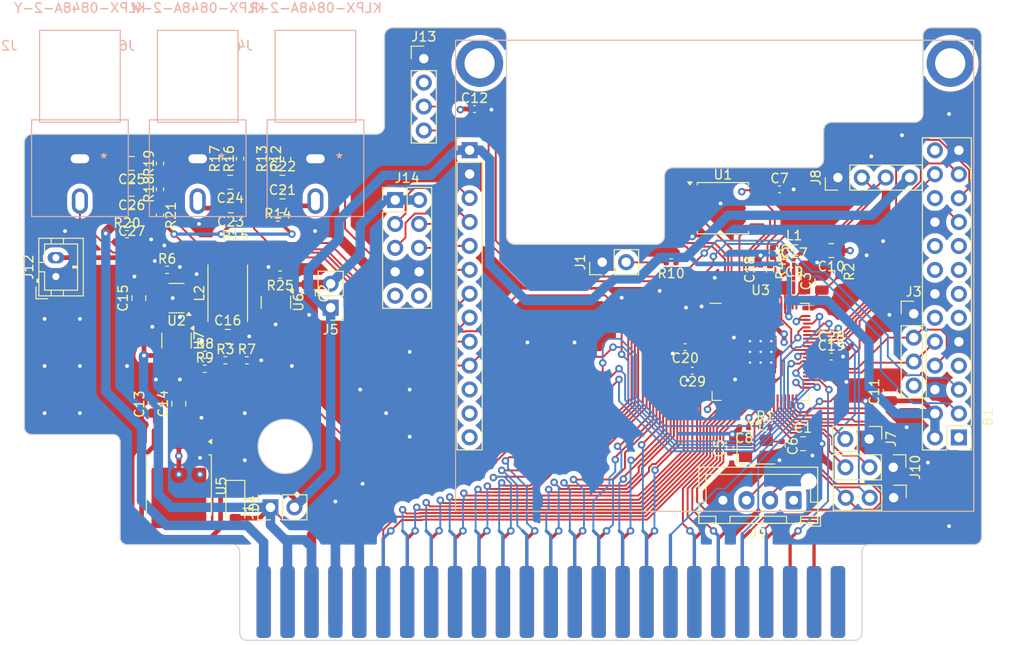
<source format=kicad_pcb>
(kicad_pcb (version 20240108) (generator "pcbnew") (generator_version "8.0")
  (layers (0 "F.Cu" signal) (1 "In1.Cu" power) (2 "In2.Cu" power) (31 "B.Cu" signal) (34 "B.Paste" user) (35 "F.Paste" user) (36 "B.SilkS" user "B.Silkscreen") (37 "F.SilkS" user "F.Silkscreen") (38 "B.Mask" user) (39 "F.Mask" user) (44 "Edge.Cuts" user))
  (net 0 "")
  (net 1 "GND")
  (net 3 "/SPI0_MOSI")
  (net 4 "/SPI0_MISO")
  (net 5 "/SPI0_CLK")
  (net 6 "/SPI0_CS")
  (net 7 "/~{WAIT}")
  (net 8 "/SND")
  (net 9 "/~{BUSDIR}")
  (net 10 "/D7")
  (net 11 "/D6")
  (net 12 "/D5")
  (net 13 "/D4")
  (net 14 "/D3")
  (net 15 "/D2")
  (net 16 "/D1")
  (net 17 "/D0")
  (net 18 "/~{M1}")
  (net 19 "/~{RESET}")
  (net 20 "/~{RFSH}")
  (net 21 "/~{SLTSL}")
  (net 22 "/~{WR}")
  (net 23 "/~{RD}")
  (net 24 "/~{MERQ}")
  (net 25 "/~{IORQ}")
  (net 26 "/A15")
  (net 27 "/A14")
  (net 28 "/A13")
  (net 29 "/A12")
  (net 30 "/A11")
  (net 31 "/A10")
  (net 32 "/A9")
  (net 33 "/A8")
  (net 34 "/A7")
  (net 35 "/A6")
  (net 36 "/A5")
  (net 37 "/A4")
  (net 38 "/A3")
  (net 39 "/A2")
  (net 40 "/A1")
  (net 41 "/A0")
  (net 42 "/~{INT}")
  (net 43 "/~{CS1}")
  (net 44 "/~{CS2}")
  (net 45 "/~{CS12}")
  (net 46 "/SYS_CLK")
  (net 47 "/SW1")
  (net 48 "3V3")
  (net 49 "/USB2_DP")
  (net 50 "5V")
  (net 52 "/USB2_DM")
  (net 54 "/RUN")
  (net 56 "/EN_5V")
  (net 57 "/USB3_DM")
  (net 58 "/~{USB_BOOT}")
  (net 60 "/LINEOUT_LL")
  (net 62 "/LINEOUT_LR")
  (net 64 "/UART1_RP_2_Z")
  (net 66 "/USB3_DP")
  (net 67 "/TV_OUT")
  (net 70 "/UART1_Z_2_RP")
  (net 71 "/UART0_RP_2_Z")
  (net 72 "/UART0_Z_2_RP")
  (net 78 "Net-(C6-Pad1)")
  (net 80 "5V_IN")
  (net 81 "1V1")
  (net 82 "5V_BAT")
  (net 83 "/USB_D+")
  (net 84 "/USB_D-")
  (net 85 "AVDD_3V3")
  (net 86 "Net-(U2-OUT)")
  (net 87 "Net-(U3-XIN)")
  (net 88 "V_LIPO")
  (net 89 "Net-(J4-In)")
  (net 90 "Net-(C21-Pad1)")
  (net 91 "Net-(U3-USB_DP)")
  (net 92 "Net-(U3-USB_DM)")
  (net 93 "Net-(C22-Pad1)")
  (net 94 "Net-(C23-Pad1)")
  (net 95 "/QSPI_SD1")
  (net 96 "/QSPI_SD2")
  (net 97 "/QSPI_SD0")
  (net 98 "/QSPI_SCLK")
  (net 99 "/QSPI_SD3")
  (net 100 "/SWCLK")
  (net 101 "/SWD")
  (net 102 "Net-(J6-In)")
  (net 103 "Net-(C24-Pad1)")
  (net 104 "Net-(C25-Pad1)")
  (net 105 "Net-(C26-Pad1)")
  (net 106 "Net-(C27-Pad1)")
  (net 109 "Net-(U3-VREG_LX)")
  (net 110 "Net-(U6-SW)")
  (net 111 "Net-(U3-XOUT)")
  (net 112 "/V_LIPO_HALF")
  (net 113 "Net-(U7-PROG)")
  (net 114 "/QSPI_SS")
  (net 115 "/LINEOUT_RP")
  (net 120 "/SDA")
  (net 121 "/SCK")
  (footprint "Capacitor_SMD:C_0402_1005Metric" (layer "F.Cu") (at 149.38 77.724)
    (property "Reference" "C12")
    (property "Value" "100nF")
  )
  (footprint "Capacitor_SMD:C_0805_2012Metric" (layer "F.Cu") (at 129 88)
    (property "Reference" "C21")
    (property "Value" "10u")
  )
  (footprint "Resistor_SMD:R_0402_1005Metric" (layer "F.Cu") (at 116 89 -90)
    (property "Reference" "R21")
    (property "Value" "10k")
  )
  (footprint "Capacitor_SMD:C_0402_1005Metric" (layer "F.Cu") (at 181.75 86.25)
    (property "Reference" "C7")
    (property "Value" "100nF")
  )
  (footprint "Capacitor_SMD:C_0402_1005Metric" (layer "F.Cu") (at 187.25 103)
    (property "Reference" "C28")
    (property "Value" "100nF")
  )
  (footprint "Resistor_SMD:R_0402_1005Metric" (layer "F.Cu") (at 128.5 90)
    (property "Reference" "R14")
    (property "Value" "10k")
  )
  (footprint "Resistor_SMD:R_0402_1005Metric" (layer "F.Cu") (at 116 83.5 90)
    (property "Reference" "R19")
    (property "Value" "10k")
  )
  (footprint "Capacitor_SMD:C_0805_2012Metric" (layer "F.Cu") (at 187.25 92.75 180)
    (property "Reference" "C10")
    (property "Value" "10u")
  )
  (footprint "Capacitor_SMD:C_0402_1005Metric" (layer "F.Cu") (at 179.75 94.75 90)
    (property "Reference" "C18")
    (property "Value" "100nF")
  )
  (footprint "Resistor_SMD:R_0402_1005Metric" (layer "F.Cu") (at 180.25 111.5)
    (property "Reference" "R1")
    (property "Value" "1k")
  )
  (footprint "Resistor_SMD:R_0402_1005Metric" (layer "F.Cu") (at 128.754 95.294 180)
    (property "Reference" "R25")
    (property "Value" "10k")
  )
  (footprint "Inductor_SMD:L_0805_2012Metric" (layer "F.Cu") (at 183.3 92.7)
    (property "Reference" "L1")
    (property "Value" "3.3u")
  )
  (footprint "Resistor_SMD:R_0402_1005Metric" (layer "F.Cu") (at 116 86.25 90)
    (property "Reference" "R18")
    (property "Value" "10k")
  )
  (footprint "Capacitor_SMD:C_0805_2012Metric" (layer "F.Cu") (at 123.19 101.854)
    (property "Reference" "C16")
    (property "Value" "10u")
  )
  (footprint "Capacitor_SMD:C_0805_2012Metric" (layer "F.Cu") (at 123.5 88 180)
    (property "Reference" "C23")
    (property "Value" "10u")
  )
  (footprint "Resistor_SMD:R_0402_1005Metric" (layer "F.Cu") (at 129.5 83 90)
    (property "Reference" "R12")
    (property "Value" "10k")
  )
  (footprint "Connector_PinHeader_2.54mm:PinHeader_2x05_P2.54mm_Vertical" (layer "F.Cu") (at 140.96 87.38)
    (property "Reference" "J14")
    (property "Value" "Conn_02x05_Odd_Even")
  )
  (footprint "Capacitor_SMD:C_0805_2012Metric" (layer "F.Cu") (at 118 109 90)
    (property "Reference" "C14")
    (property "Value" "10u")
  )
  (footprint "Footprints:msx_cartridge_basic" (layer "F.Cu") (at 157.48 130.048)
    (property "Reference" "BUS1" (hide yes))
    (property "Value" "MSX_SLOT_EDGE-CON" (hide yes))
    (fp_line (start -46.482 -17.78) (end -55.118 -17.78) (stroke (width 0.12)) (layer "Edge.Cuts"))
    (fp_line (start -45.72 -6.858) (end -45.72 -17.018) (stroke (width 0.12)) (layer "Edge.Cuts"))
    (fp_line (start -33.782 -6.096) (end -44.958 -6.096) (stroke (width 0.12)) (layer "Edge.Cuts"))
    (fp_line (start -33.02 -5.334) (end -33.02 3.302) (stroke (width 0.12)) (layer "Edge.Cuts"))
    (fp_line (start 32.258 4.064) (end -32.258 4.064) (stroke (width 0.12)) (layer "Edge.Cuts"))
    (fp_line (start 33.02 -5.334) (end 33.02 3.302) (stroke (width 0.12)) (layer "Edge.Cuts"))
    (fp_line (start 44.958 -6.096) (end 33.782 -6.096) (stroke (width 0.12)) (layer "Edge.Cuts"))
    (fp_arc (start -55.118 -17.78) (mid -55.656815 -18.003185) (end -55.88 -18.542) (stroke (width 0.12)) (layer "Edge.Cuts"))
    (fp_arc (start -46.482 -17.78) (mid -45.943185 -17.556815) (end -45.72 -17.018) (stroke (width 0.12)) (layer "Edge.Cuts"))
    (fp_arc (start -44.958 -6.096) (mid -45.496815 -6.319185) (end -45.72 -6.858) (stroke (width 0.12)) (layer "Edge.Cuts"))
    (fp_arc (start -33.782 -6.096) (mid -33.243185 -5.872815) (end -33.02 -5.334) (stroke (width 0.12)) (layer "Edge.Cuts"))
    (fp_arc (start -32.258 4.064) (mid -32.796815 3.840815) (end -33.02 3.302) (stroke (width 0.12)) (layer "Edge.Cuts"))
    (fp_arc (start 33.02 -5.334) (mid 33.243185 -5.872815) (end 33.782 -6.096) (stroke (width 0.12)) (layer "Edge.Cuts"))
    (fp_arc (start 33.02 3.302) (mid 32.796815 3.840815) (end 32.258 4.064) (stroke (width 0.12)) (layer "Edge.Cuts"))
    (fp_arc (start 45.72 -6.858) (mid 45.496815 -6.319185) (end 44.958 -6.096) (stroke (width 0.12)) (layer "Edge.Cuts"))
    (fp_circle (center -28.194 -16.51) (end -25.319543 -16.51) (stroke (width 0.12)) (fill none) (layer "Edge.Cuts"))
  )
  (footprint "Capacitor_SMD:C_0402_1005Metric" (layer "F.Cu") (at 171.75 103 180)
    (property "Reference" "C20")
    (property "Value" "100nF")
  )
  (footprint "Resistor_SMD:R_0402_1005Metric" (layer "F.Cu") (at 124.5 83 90)
    (property "Reference" "R16")
    (property "Value" "10k")
  )
  (footprint "Capacitor_SMD:C_0805_2012Metric" (layer "F.Cu") (at 113.754 97.794 90)
    (property "Reference" "C15")
    (property "Value" "10u")
  )
  (footprint "Diode_SMD:D_SOD-123" (layer "F.Cu") (at 124 119.5 -90)
    (property "Reference" "D1")
    (property "Value" "MBR0520")
  )
  (footprint "Connector_JST:JST_XH_B4B-XH-AM_1x04_P2.50mm_Vertical" (layer "F.Cu") (at 183.25 119.25 180)
    (property "Reference" "J9")
    (property "Value" "Conn_01x04")
  )
  (footprint "Resistor_SMD:R_0402_1005Metric" (layer "F.Cu") (at 122.936 104.394)
    (property "Reference" "R3")
    (property "Value" "10k")
  )
  (footprint "Capacitor_SMD:C_0805_2012Metric" (layer "F.Cu") (at 183.3 96.7)
    (property "Reference" "C9")
    (property "Value" "10u")
  )
  (footprint "Capacitor_SMD:C_0805_2012Metric" (layer "F.Cu") (at 129 85.5)
    (property "Reference" "C22")
    (property "Value" "10u")
  )
  (footprint "Capacitor_SMD:C_0805_2012Metric" (layer "F.Cu") (at 131.754 97.294 -90)
    (property "Reference" "C2")
    (property "Value" "10u")
  )
  (footprint "Connector_PinHeader_2.54mm:PinHeader_1x04_P2.54mm_Vertical" (layer "F.Cu") (at 187.95 85 90)
    (property "Reference" "J8")
    (property "Value" "Conn_01x04")
  )
  (footprint "Resistor_SMD:R_0402_1005Metric" (layer "F.Cu") (at 125.222 104.394)
    (property "Reference" "R7")
    (property "Value" "10k")
  )
  (footprint "Connector_PinHeader_2.54mm:PinHeader_1x02_P2.54mm_Vertical" (layer "F.Cu") (at 127.725 120 90)
    (property "Reference" "J11")
    (property "Value" "Conn_01x02")
  )
  (footprint "Capacitor_SMD:C_0402_1005Metric" (layer "F.Cu") (at 187.25 104)
    (property "Reference" "C19")
    (property "Value" "100nF")
  )
  (footprint "Resistor_SMD:R_0402_1005Metric" (layer "F.Cu") (at 120.764 103.804)
    (property "Reference" "R8")
    (property "Value" "10k")
  )
  (footprint "Capacitor_SMD:C_0805_2012Metric" (layer "F.Cu") (at 113 89 180)
    (property "Reference" "C27")
    (property "Value" "10u")
  )
  (footprint "Connector_PinHeader_2.54mm:PinHeader_1x02_P2.54mm_Vertical" (layer "F.Cu") (at 134.112 98.811 180)
    (property "Reference" "J5")
    (property "Value" "Conn_01x02")
  )
  (footprint "Capacitor_SMD:C_0805_2012Metric" (layer "F.Cu") (at 113 86.25 180)
    (property "Reference" "C26")
    (property "Value" "10u")
  )
  (footprint "Package_TO_SOT_SMD:SOT-23-5" (layer "F.Cu") (at 117.754 97.794 180)
    (property "Reference" "U2")
    (property "Value" "AP22804AW5")
  )
  (footprint "Resistor_SMD:R_0402_1005Metric" (layer "F.Cu") (at 112.5 91)
    (property "Reference" "R20")
    (property "Value" "10k")
  )
  (footprint "Resistor_SMD:R_0402_1005Metric" (layer "F.Cu") (at 123 83 90)
    (property "Reference" "R17")
    (property "Value" "10k")
  )
  (footprint "Package_TO_SOT_SMD:TO-252-3_TabPin2" (layer "F.Cu") (at 118 117.74 -90)
    (property "Reference" "U5")
    (property "Value" "AMS1117CD-3.3")
  )
  (footprint "Resistor_SMD:R_0402_1005Metric" (layer "F.Cu") (at 128 83 90)
    (property "Reference" "R13")
    (property "Value" "10k")
  )
  (footprint "Resistor_SMD:R_0402_1005Metric" (layer "F.Cu") (at 180.75 94.869 -90)
    (property "Reference" "R4")
    (property "Value" "27")
  )
  (footprint "Capacitor_SMD:C_0402_1005Metric" (layer "F.Cu") (at 172.5 105.5 180)
    (property "Reference" "C29")
    (property "Value" "100nF")
  )
  (footprint "Connector_PinHeader_2.54mm:PinHeader_1x04_P2.54mm_Vertical" (layer "F.Cu") (at 144 72.38)
    (property "Reference" "J13")
    (property "Value" "Conn_01x04")
  )
  (footprint "Resistor_SMD:R_0402_1005Metric" (layer "F.Cu") (at 188 95 -90)
    (property "Reference" "R2")
    (property "Value" "27")
  )
  (footprint "Connector_PinHeader_2.54mm:PinHeader_1x02_P2.54mm_Vertical" (layer "F.Cu") (at 162.936 93.98 90)
    (property "Reference" "J1")
    (property "Value" "Conn_01x02")
  )
  (footprint "Capacitor_SMD:C_0805_2012Metric" (layer "F.Cu") (at 186.25 96 90)
    (property "Reference" "C3")
    (property "Value" "10u")
  )
  (footprint "Capacitor_SMD:C_0805_2012Metric" (layer "F.Cu") (at 113 83.5 180)
    (property "Reference" "C25")
    (property "Value" "10u")
  )
  (footprint "Resistor_SMD:R_0402_1005Metric" (layer "F.Cu") (at 124 90 180)
    (property "Reference" "R15")
    (property "Value" "10k")
  )
  (footprint "Resistor_SMD:R_0402_1005Metric" (layer "F.Cu") (at 116.754 94.794)
    (property "Reference" "R6")
    (property "Value" "10k")
  )
  (footprint "Capacitor_SMD:C_0805_2012Metric" (layer "F.Cu") (at 193.5 107.75 90)
    (property "Reference" "C11")
    (property "Value" "10u")
  )
  (footprint "Capacitor_SMD:C_0805_2012Metric" (layer "F.Cu") (at 123.45 85.5 180)
    (property "Reference" "C24")
    (property "Value" "10u")
  )
  (footprint "Capacitor_SMD:C_0805_2012Metric" (layer "F.Cu") (at 115.5 109.05 90)
    (property "Reference" "C13")
    (property "Value" "10u")
  )
  (footprint "Inductor_SMD:L_Taiyo-Yuden_NR-40xx_HandSoldering" (layer "F.Cu") (at 123.19 97.282 90)
    (property "Reference" "L2")
    (property "Value" "3.3u")
  )
  (footprint "BPI:Orange Pi Zero 3" (layer "F.Cu") (at 204.3725 110.42 90)
    (property "Reference" "B1")
    (property "Value" "Orange_PI_Zero_3")
  )
  (footprint "Capacitor_SMD:C_0805_2012Metric" (layer "F.Cu") (at 183.3 94.7)
    (property "Reference" "C17")
    (property "Value" "10u")
  )
  (footprint "Crystal:Crystal_SMD_3225-4Pin_3.2x2.5mm" (layer "F.Cu") (at 179.25 113.75)
    (property "Reference" "Y1")
    (property "Value" "ABM8-272-T3")
  )
  (footprint "Package_TO_SOT_SMD:SOT-23" (layer "F.Cu") (at 128.304 98.2315 -90)
    (property "Reference" "U6")
    (property "Value" "TPS613222ADBZ")
  )
  (footprint "Capacitor_SMD:C_0402_1005Metric" (layer "F.Cu") (at 176.5 113.75 90)
    (property "Reference" "C5")
    (property "Value" "15p")
  )
  (footprint "Package_SO:SOIC-8_5.23x5.23mm_P1.27mm" (layer "F.Cu") (at 175.75 88.25)
    (property "Reference" "U1")
    (property "Value" "W25Q128JVS")
  )
  (footprint "Connector_JST:JST_PH_B2B-PH-K_1x02_P2.00mm_Vertical" (layer "F.Cu") (at 104.95 95.5 90)
    (property "Reference" "J12")
    (property "Value" "Conn_01x02")
  )
  (footprint "Capacitor_SMD:C_0402_1005Metric" (layer "F.Cu") (at 178 111.5 180)
    (property "Reference" "C8")
    (property "Value" "100nF")
  )
  (footprint "Capacitor_SMD:C_0805_2012Metric" (layer "F.Cu") (at 184.25 113.25)
    (property "Reference" "C1")
    (property "Value" "10u")
  )
  (footprint "Resistor_SMD:R_0402_1005Metric" (layer "F.Cu") (at 181.05 92.95 -90)
    (property "Reference" "R5")
    (property "Value" "27")
  )
  (footprint "Connector_PinHeader_2.54mm:PinHeader_1x02_P2.54mm_Vertical" (layer "F.Cu") (at 191.275 112.75 -90)
    (property "Reference" "J7")
    (property "Value" "Conn_01x02")
  )
  (footprint "Capacitor_SMD:C_0402_1005Metric" (layer "F.Cu") (at 182 113.5 -90)
    (property "Reference" "C6")
    (property "Value" "15p")
  )
  (footprint "Footprints:RP2350-QFN-80-1EP_10x10_P0.4mm_EP3.4x3.4mm_ThermalVias" (layer "F.Cu") (at 179.75 103.5)
    (property "Reference" "U3")
    (property "Value" "RP2350_80QFN")
  )
  (footprint "Connector_PinHeader_2.54mm:PinHeader_1x03_P2.54mm_Vertical" (layer "F.Cu") (at 193.83 115.75 -90)
    (property "Reference" "J10")
    (property "Value" "Conn_01x03")
  )
  (footprint "Resistor_SMD:R_0402_1005Metric" (layer "F.Cu") (at 120.754 105.294)
    (property "Reference" "R9")
    (property "Value" "10k")
  )
  (footprint "Resistor_SMD:R_0402_1005Metric" (layer "F.Cu") (at 170.25 94 180)
    (property "Reference" "R10")
    (property "Value" "1k")
  )
  (footprint "Connector_PinHeader_2.54mm:PinHeader_1x04_P2.54mm_Vertical" (layer "F.Cu") (at 196 99.45)
    (property "Reference" "J3")
    (property "Value" "Conn_01x04")
  )
  (footprint "Package_TO_SOT_SMD:TSOT-23-6" (layer "F.Cu") (at 117.754 102.294 -90)
    (property "Reference" "U7")
    (property "Value" "TP4057")
  )
  (footprint "Footprints:KLPX-0848A-2-R" (layer "B.Cu") (at 120 83 180)
    (property "Reference" "J6")
    (property "Value" "KLPX-0848A-2-W")
  )
  (footprint "Footprints:KLPX-0848A-2-R" (layer "B.Cu") (at 132.5 83 180)
    (property "Reference" "J4")
    (property "Value" "KLPX-0848A-2-R")
  )
  (footprint "Footprints:KLPX-0848A-2-R" (layer "B.Cu") (at 107.5 83 180)
    (property "Reference" "J2")
    (property "Value" "KLPX-0848A-2-Y")
  )
  (gr_line (start 139.827 79.502) (end 139.827 69.977) (stroke (width 0.127)) (layer "Edge.Cuts"))
  (gr_arc (start 139.827 69.977) (mid 140.087382 69.348382) (end 140.716 69.088) (stroke (width 0.127)) (layer "Edge.Cuts"))
  (gr_line (start 196.977 78.232) (end 196.977 69.977) (stroke (width 0.127)) (layer "Edge.Cuts"))
  (gr_arc (start 153.67 92.075) (mid 153.041382 91.814618) (end 152.781 91.186) (stroke (width 0.127)) (layer "Edge.Cuts"))
  (gr_arc (start 101.6 81.28) (mid 101.860382 80.651382) (end 102.489 80.391) (stroke (width 0.127)) (layer "Edge.Cuts"))
  (gr_line (start 203.2 69.977) (end 203.2 71.7804) (stroke (width 0.127)) (layer "Edge.Cuts"))
  (gr_arc (start 169.545 91.186) (mid 169.284618 91.814618) (end 168.656 92.075) (stroke (width 0.127)) (layer "Edge.Cuts"))
  (gr_line (start 187.325 79.121) (end 196.088 79.121) (stroke (width 0.127)) (layer "Edge.Cuts"))
  (gr_line (start 151.257 69.088) (end 151.892 69.088) (stroke (width 0.127)) (layer "Edge.Cuts"))
  (gr_arc (start 196.977 69.977) (mid 197.237382 69.348382) (end 197.866 69.088) (stroke (width 0.127)) (layer "Edge.Cuts"))
  (gr_arc (start 169.545 84.836) (mid 169.805382 84.207382) (end 170.434 83.947) (stroke (width 0.127)) (layer "Edge.Cuts"))
  (gr_line (start 203.2 71.7804) (end 203.2 123.19) (stroke (width 0.127)) (layer "Edge.Cuts"))
  (gr_line (start 140.716 69.088) (end 151.257 69.088) (stroke (width 0.127)) (layer "Edge.Cuts"))
  (gr_arc (start 139.827 79.502) (mid 139.566618 80.130618) (end 138.938 80.391) (stroke (width 0.127)) (layer "Edge.Cuts"))
  (gr_line (start 153.67 92.075) (end 168.656 92.075) (stroke (width 0.127)) (layer "Edge.Cuts"))
  (gr_arc (start 196.977 78.232) (mid 196.716618 78.860618) (end 196.088 79.121) (stroke (width 0.127)) (layer "Edge.Cuts"))
  (gr_line (start 202.311 69.088) (end 197.866 69.088) (stroke (width 0.127)) (layer "Edge.Cuts"))
  (gr_line (start 102.489 80.391) (end 138.938 80.391) (stroke (width 0.127)) (layer "Edge.Cuts"))
  (gr_line (start 152.781 69.977) (end 152.781 91.186) (stroke (width 0.127)) (layer "Edge.Cuts"))
  (gr_arc (start 186.436 83.058) (mid 186.175618 83.686618) (end 185.547 83.947) (stroke (width 0.127)) (layer "Edge.Cuts"))
  (gr_arc (start 151.892 69.088) (mid 152.520618 69.348382) (end 152.781 69.977) (stroke (width 0.127)) (layer "Edge.Cuts"))
  (gr_arc (start 186.436 80.01) (mid 186.696382 79.381382) (end 187.325 79.121) (stroke (width 0.127)) (layer "Edge.Cuts"))
  (gr_arc (start 202.311 69.088) (mid 202.939618 69.348382) (end 203.2 69.977) (stroke (width 0.127)) (layer "Edge.Cuts"))
  (gr_line (start 101.6 111.506) (end 101.6 81.28) (stroke (width 0.127)) (layer "Edge.Cuts"))
  (gr_line (start 169.545 91.186) (end 169.545 84.836) (stroke (width 0.127)) (layer "Edge.Cuts"))
  (gr_line (start 186.436 83.058) (end 186.436 80.01) (stroke (width 0.127)) (layer "Edge.Cuts"))
  (gr_line (start 170.434 83.947) (end 185.547 83.947) (stroke (width 0.127)) (layer "Edge.Cuts"))
  (segment (start 188.5 103) (end 187.73 103) (width 0.2) (layer "F.Cu") (net 1))
  (segment (start 186.25 95.05) (end 186.25 94.5) (width 0.5) (layer "F.Cu") (net 1))
  (segment (start 119.385974 97.794) (end 119.389974 97.79) (width 0.5) (layer "F.Cu") (net 1))
  (segment (start 128.244 95.294) (end 128.244 95.224) (width 0.5) (layer "F.Cu") (net 1))
  (segment (start 121.274 103.804) (end 121.274 103.24) (width 0.5) (layer "F.Cu") (net 1))
  (segment (start 179.75 94.27) (end 179.75 93.25) (width 0.2) (layer "F.Cu") (net 1))
  (segment (start 172 106.5) (end 172 105.52) (width 0.2) (layer "F.Cu") (net 1))
  (segment (start 177.4 112.9) (end 176.75 112.25) (width 0.2) (layer "F.Cu") (net 1))
  (segment (start 121.264 103.814) (end 121.274 103.804) (width 0.5) (layer "F.Cu") (net 1))
  (segment (start 187.73 104) (end 188.5 104) (width 0.2) (layer "F.Cu") (net 1))
  (segment (start 117.264 94.794) (end 117.804 94.794) (width 0.5) (layer "F.Cu") (net 1))
  (segment (start 131.826 98.316) (end 131.754 98.244) (width 0.5) (layer "F.Cu") (net 1))
  (segment (start 113.754 95.974) (end 113.284 95.504) (width 0.5) (layer "F.Cu") (net 1))
  (segment (start 183.15 98.6035) (end 183.15 97.951041) (width 0.2) (layer "F.Cu") (net 1))
  (segment (start 172 105.52) (end 172.02 105.5) (width 0.2) (layer "F.Cu") (net 1))
  (segment (start 123 82.49) (end 120.51 82.49) (width 0.5) (layer "F.Cu") (net 1))
  (segment (start 185.2 113.25) (end 185.2 114.45) (width 0.2) (layer "F.Cu") (net 1))
  (segment (start 118 108.05) (end 118 106.536) (width 0.5) (layer "F.Cu") (net 1))
  (segment (start 120.396 97.028) (end 120.396 95.758) (width 0.5) (layer "F.Cu") (net 1))
  (segment (start 121.264 105.294) (end 121.264 103.814) (width 0.5) (layer "F.Cu") (net 1))
  (segment (start 177.78 113.27) (end 178.15 112.9) (width 0.2) (layer "F.Cu") (net 1))
  (segment (start 119.389974 97.79) (end 119.634 97.79) (width 0.5) (layer "F.Cu") (net 1))
  (segment (start 151.114 77.724) (end 151.18 77.79) (width 0.5) (layer "F.Cu") (net 1))
  (segment (start 180.35 114.6) (end 181.35 114.6) (width 0.2) (layer "F.Cu") (net 1))
  (segment (start 121.274 103.24) (end 120.396 102.362) (width 0.5) (layer "F.Cu") (net 1))
  (segment (start 186.3 92.75) (end 186.3 93.45) (width 0.5) (layer "F.Cu") (net 1))
  (segment (start 184.95 94) (end 184.25 94.7) (width 0.5) (layer "F.Cu") (net 1))
  (segment (start 185.75 94) (end 184.95 94) (width 0.5) (layer "F.Cu") (net 1))
  (segment (start 182.23 86.25) (end 183.25 86.25) (width 0.2) (layer "F.Cu") (net 1))
  (segment (start 172.15 90.9) (end 172.5 91.25) (width 0.2) (layer "F.Cu") (net 1))
  (segment (start 128.304 99.169) (end 128.304 100.55) (width 0.5) (layer "F.Cu") (net 1))
  (segment (start 118.8915 97.794) (end 119.385974 97.794) (width 0.5) (layer "F.Cu") (net 1))
  (segment (start 129.5 82.49) (end 131.99 82.49) (width 0.5) (layer "F.Cu") (net 1))
  (segment (start 172.15 90.155) (end 172.15 90.9) (width 0.2) (layer "F.Cu") (net 1))
  (segment (start 186.3 93.45) (end 185.75 94) (width 0.5) (layer "F.Cu") (net 1))
  (segment (start 117.754 101.1565) (end 117.754 100.178) (width 0.5) (layer "F.Cu") (net 1))
  (segment (start 184.25 96.851041) (end 184.25 96.7) (width 0.2) (layer "F.Cu") (net 1))
  (segment (start 185.2 114.45) (end 185.25 114.5) (width 0.2) (layer "F.Cu") (net 1))
  (segment (start 176.5 113.27) (end 177.78 113.27) (width 0.2) (layer "F.Cu") (net 1))
  (segment (start 177.52 112.27) (end 178.15 112.9) (width 0.2) (layer "F.Cu") (net 1))
  (segment (start 180.97 113.98) (end 180.35 114.6) (width 0.2) (layer "F.Cu") (net 1))
  (segment (start 120.28 110.606) (end 120.396 110.49) (width 0.5) (layer "F.Cu") (net 1))
  (segment (start 113.754 96.844) (end 113.754 95.974) (width 0.5) (layer "F.Cu") (net 1))
  (segment (start 177.52 111.5) (end 177.52 112.27) (width 0.2) (layer "F.Cu") (net 1))
  (segment (start 115.5 108.1) (end 115.5 106.496) (width 0.5) (layer "F.Cu") (net 1))
  (segment (start 149.86 77.724) (end 151.114 77.724) (width 0.5) (layer "F.Cu") (net 1))
  (segment (start 128.304 100.55) (end 128.27 100.584) (width 0.5) (layer "F.Cu") (net 1))
  (segment (start 115.5 106.496) (end 115.57 106.426) (width 0.5) (layer "F.Cu") (net 1))
  (segment (start 186.25 94.5) (end 185.75 94) (width 0.5) (layer "F.Cu") (net 1))
  (segment (start 183.15 97.951041) (end 184.25 96.851041) (width 0.2) (layer "F.Cu") (net 1))
  (segment (start 120.396 95.758) (end 119.888 95.25) (width 0.5) (layer "F.Cu") (net 1))
  (segment (start 120.51 82.49) (end 120 83) (width 0.5) (layer "F.Cu") (net 1))
  (segment (start 124.14 101.854) (end 125.476 101.854) (width 0.5) (layer "F.Cu") (net 1))
  (segment (start 131.826 99.568) (end 131.826 98.316) (width 0.5) (layer "F.Cu") (net 1))
  (segment (start 185.2 113.25) (end 186.25 113.25) (width 0.2) (layer "F.Cu") (net 1))
  (segment (start 128.244 95.224) (end 127.508 94.488) (width 0.5) (layer "F.Cu") (net 1))
  (segment (start 181.35 114.6) (end 181.75 115) (width 0.2) (layer "F.Cu") (net 1))
  (segment (start 117.804 94.794) (end 118.11 94.488) (width 0.5) (layer "F.Cu") (net 1))
  (segment (start 125.732 104.394) (end 126.746 104.394) (width 0.5) (layer "F.Cu") (net 1))
  (segment (start 118 106.536) (end 118.11 106.426) (width 0.5) (layer "F.Cu") (net 1))
  (segment (start 170.422918 103.672918) (end 171.095836 103) (width 0.2) (layer "F.Cu") (net 1))
  (segment (start 131.99 82.49) (end 132.5 83) (width 0.5) (layer "F.Cu") (net 1))
  (segment (start 119.634 97.79) (end 120.396 97.028) (width 0.5) (layer "F.Cu") (net 1))
  (segment (start 184.25 94.7) (end 184.25 96.7) (width 0.5) (layer "F.Cu") (net 1))
  (segment (start 117.754 100.178) (end 118.11 99.822) (width 0.5) (layer "F.Cu") (net 1))
  (segment (start 182 113.98) (end 180.97 113.98) (width 0.2) (layer "F.Cu") (net 1))
  (segment (start 120.28 112.7) (end 120.28 110.606) (width 0.5) (layer "F.Cu") (net 1))
  (segment (start 178.15 112.9) (end 177.4 112.9) (width 0.2) (layer "F.Cu") (net 1))
  (via (at 116.459 92.202) (size 0.8) (drill 0.4) (layers "F.Cu" "B.Cu") (net 1))
  (via (at 160 102.5) (size 0.8) (drill 0.4) (layers "F.Cu" "B.Cu") (net 1))
  (via (at 185.25 114.5) (size 0.8) (drill 0.4) (layers "F.Cu" "B.Cu") (net 1))
  (via (at 151.18 77.79) (size 0.8) (drill 0.4) (layers "F.Cu" "B.Cu") (net 1))
  (via (at 179.75 93.25) (size 0.8) (drill 0.4) (layers "F.Cu" "B.Cu") (net 1))
  (via (at 113.284 95.504) (size 0.8) (drill 0.4) (layers "F.Cu" "B.Cu") (net 1))
  (via (at 169.037 97.028) (size 0.8) (drill 0.4) (layers "F.Cu" "B.Cu") (net 1))
  (via (at 131.826 99.568) (size 0.8) (drill 0.4) (layers "F.Cu" "B.Cu") (net 1))
  (via (at 107.5 100) (size 0.8) (drill 0.4) (layers "F.Cu" "B.Cu") (net 1))
  (via (at 120.25 114.75) (size 0.8) (drill 0.4) (layers "F.Cu" "B.Cu") (net 1))
  (via (at 103.75 105) (size 0.8) (drill 0.4) (layers "F.Cu" "B.Cu") (net 1))
  (via (at 128.27 100.584) (size 0.8) (drill 0.4) (layers "F.Cu" "B.Cu") (net 1))
  (via (at 199.75 122) (size 0.8) (drill 0.4) (layers "F.Cu" "B.Cu") (net 1))
  (via (at 199.75 78.25) (size 0.8) (drill 0.4) (layers "F.Cu" "B.Cu") (net 1))
  (via (at 118.11 99.822) (size 0.8) (drill 0.4) (layers "F.Cu" "B.Cu") (net 1))
  (via (at 120.142 89.916) (size 0.8) (drill 0.4) (layers "F.Cu" "B.Cu") (net 1))
  (via (at 172.5 91.25) (size 0.8) (drill 0.4) (layers "F.Cu" "B.Cu") (net 1))
  (via (at 130 105) (size 0.8) (drill 0.4) (layers "F.Cu" "B.Cu") (net 1))
  (via (at 126.746 104.394) (size 0.8) (drill 0.4) (layers "F.Cu" "B.Cu") (net 1))
  (via (at 155 102.5) (size 0.8) (drill 0.4) (layers "F.Cu" "B.Cu") (net 1))
  (via (at 192.75 91.75) (size 0.8) (drill 0.4) (layers "F.Cu" "B.Cu") (net 1))
  (via (at 118.11 94.488) (size 0.8) (drill 0.4) (layers "F.Cu" "B.Cu") (net 1))
  (via (at 188.5 103) (size 0.8) (drill 0.4) (layers "F.Cu" "B.Cu") (net 1))
  (via (at 112.5 105) (size 0.8) (drill 0.4) (layers "F.Cu" "B.Cu") (net 1))
  (via (at 185.75 94) (size 0.8) (drill 0.4) (layers "F.Cu" "B.Cu") (net 1))
  (via (at 117.348 97.79) (size 0.8) (drill 0.4) (layers "F.Cu" "B.Cu") (net 1))
  (via (at 125.476 101.854) (size 0.8) (drill 0.4) (layers "F.Cu" "B.Cu") (net 1))
  (via (at 195.25 111.5) (size 0.8) (drill 0.4) (layers "F.Cu" "B.Cu") (net 1))
  (via (at 188.5 104) (size 0.8) (drill 0.4) (layers "F.Cu" "B.Cu") (net 1))
  (via (at 191.5 82.75) (size 0.8) (drill 0.4) (layers "F.Cu" "B.Cu") (net 1))
  (via (at 142.5 107.5) (size 0.8) (drill 0.4) (layers "F.Cu" "B.Cu") (net 1))
  (via (at 175.5 87.75) (size 0.8) (drill 0.4) (layers "F.Cu" "B.Cu") (net 1))
  (via (at 115.443 93.853) (size 0.8) (drill 0.4) (layers "F.Cu" "B.Cu") (net 1))
  (via (at 176.911 101.981) (size 0.8) (drill 0.4) (layers "F.Cu" "B.Cu") (net 1))
  (via (at 115.062 91.567) (size 0.8) (drill 0.4) (layers "F.Cu" "B.Cu") (net 1))
  (via (at 174.879 95.631) (size 0.8) (drill 0.4) (layers "F.Cu" "B.Cu") (net 1))
  (via (at 190.881 108.712) (size 0.8) (drill 0.4) (layers "F.Cu" "B.Cu") (net 1))
  (via (at 165 97.75) (size 0.8) (drill 0.4) (layers "F.Cu" "B.Cu") (net 1))
  (via (at 125 115) (size 0.8) (drill 0.4) (layers "F.Cu" "B.Cu") (net 1))
  (via (at 177.038 106.426) (size 0.8) (drill 0.4) (layers "F.Cu" "B.Cu") (net 1))
  (via (at 173.482 98.679) (size 0.8) (drill 0.4) (layers "F.Cu" "B.Cu") (net 1))
  (via (at 115.57 106.426) (size 0.8) (drill 0.4) (layers "F.Cu" "B.Cu") (net 1))
  (via (at 140 110) (size 0.8) (drill 0.4) (layers "F.Cu" "B.Cu") (net 1))
  (via (at 134.62 119.38) (size 0.8) (drill 0.4) (layers "F.Cu" "B.Cu") (net 1))
  (via (at 186.25 113.25) (size 0.8) (drill 0.4) (layers "F.Cu" "B.Cu") (net 1))
  (via (at 103.75 100) (size 0.8) (drill 0.4) (layers "F.Cu" "B.Cu") (net 1))
  (via (at 107.5 110) (size 0.8) (drill 0.4) (layers "F.Cu" "B.Cu") (net 1))
  (via (at 103.75 110) (size 0.8) (drill 0.4) (layers "F.Cu" "B.Cu") (net 1))
  (via (at 118.11 106.426) (size 0.8) (drill 0.4) (layers "F.Cu" "B.Cu") (net 1))
  (via (at 137.25 107.5) (size 0.8) (drill 0.4) (layers "F.Cu" "B.Cu") (net 1))
  (via (at 194.75 80.5) (size 0.8) (drill 0.4) (layers "F.Cu" "B.Cu") (net 1))
  (via (at 170.422918 103.672918) (size 0.8) (drill 0.4) (layers "F.Cu" "B.Cu") (net 1))
  (via (at 197.5 115.25) (size 0.8) (drill 0.4) (layers "F.Cu" "B.Cu") (net 1))
  (via (at 115.189 100.838) (size 0.8) (drill 0.4) (layers "F.Cu" "B.Cu") (net 1))
  (via (at 183.25 86.25) (size 0.8) (drill 0.4) (layers "F.Cu" "B.Cu") (net 1))
  (via (at 137.5 117.5) (size 0.8) (drill 0.4) (layers "F.Cu" "B.Cu") (net 1))
  (via (at 181.75 115) (size 0.8) (drill 0.4) (layers "F.Cu" "B.Cu") (net 1))
  (via (at 142.5 103.5) (size 0.8) (drill 0.4) (layers "F.Cu" "B.Cu") (net 1))
  (via (at 125 110) (size 0.8) (drill 0.4) (layers "F.Cu" "B.Cu") (net 1))
  (via (at 176.75 112.25) (size 0.8) (drill 0.4) (layers "F.Cu" "B.Cu") (net 1))
  (via (at 188.849 106.68) (size 0.8) (drill 0.4) (layers "F.Cu" "B.Cu") (net 1))
  (via (at 120.396 102.362) (size 0.8) (drill 0.4) (layers "F.Cu" "B.Cu") (net 1))
  (via (at 105.918 90.678) (size 0.8) (drill 0.4) (layers "F.Cu" "B.Cu") (net 1))
  (via (at 171.831 98.806) (size 0.8) (drill 0.4) (layers "F.Cu" "B.Cu") (net 1))
  (via (at 107.5 105) (size 0.8) (drill 0.4) (layers "F.Cu" "B.Cu") (net 1))
  (via (at 191 93.25) (size 0.8) (drill 0.4) (layers "F.Cu" "B.Cu") (net 1))
  (via (at 120.396 110.49) (size 0.8) (drill 0.4) (layers "F.Cu" "B.Cu") (net 1))
  (via (at 127.508 94.488) (size 0.8) (drill 0.4) (layers "F.Cu" "B.Cu") (net 1))
  (via (at 132.461 90.678) (size 0.8) (drill 0.4) (layers "F.Cu" "B.Cu") (net 1))
  (via (at 193.421 99.568) (size 0.8) (drill 0.4) (layers "F.Cu" "B.Cu") (net 1))
  (via (at 142.5 112.5) (size 0.8) (drill 0.4) (layers "F.Cu" "B.Cu") (net 1))
  (via (at 172 106.5) (size 0.8) (drill 0.4) (layers "F.Cu" "B.Cu") (net 1))
  (via (at 119.888 95.25) (size 0.8) (drill 0.4) (layers "F.Cu" "B.Cu") (net 1))
  (segment (start 137.16 123.698) (end 137.16 130.048) (width 1) (layer "B.Cu") (net 1))
  (segment (start 134.62 121.158) (end 137.16 123.698) (width 1) (layer "B.Cu") (net 1))
  (segment (start 134.62 121.158) (end 134.62 119.38) (width 1) (layer "B.Cu") (net 1))
  (segment (start 134.62 130.048) (end 134.62 121.158) (width 1) (layer "B.Cu") (net 1))
  (segment (start 188.669239 104.75) (end 186.654576 104.75) (width 0.2) (layer "F.Cu") (net 3))
  (segment (start 195.25 91.170211) (end 195.25 95.25) (width 0.2) (layer "F.Cu") (net 3))
  (segment (start 186.654576 104.75) (end 186.004576 104.1) (width 0.2) (layer "F.Cu") (net 3))
  (segment (start 197.795807 88.624404) (end 195.25 91.170211) (width 0.2) (layer "F.Cu") (net 3))
  (segment (start 186.004576 104.1) (end 184.6465 104.1) (width 0.2) (layer "F.Cu") (net 3))
  (segment (start 195.25 95.25) (end 190.25 100.25) (width 0.2) (layer "F.Cu") (net 3))
  (segment (start 190.25 103.169239) (end 188.669239 104.75) (width 0.2) (layer "F.Cu") (net 3))
  (segment (start 190.25 100.25) (end 190.25 103.169239) (width 0.2) (layer "F.Cu") (net 3))
  (segment (start 199.691442 88.624404) (end 197.795807 88.624404) (width 0.2) (layer "F.Cu") (net 3))
  (segment (start 200.791442 89.724404) (end 199.691442 88.624404) (width 0.2) (layer "F.Cu") (net 3))
  (segment (start 185.814627 102.1) (end 184.6465 102.1) (width 0.2) (layer "F.Cu") (net 4))
  (segment (start 200.791442 87.184404) (end 201.891442 86.084404) (width 0.2) (layer "F.Cu") (net 4))
  (segment (start 200.335807 83.204404) (end 199.691442 82.560039) (width 0.2) (layer "F.Cu") (net 4))
  (segment (start 194.13 94.87) (end 189.15 99.85) (width 0.2) (layer "F.Cu") (net 4))
  (segment (start 201.891442 86.084404) (end 201.891442 84.188769) (width 0.2) (layer "F.Cu") (net 4))
  (segment (start 189.15 99.85) (end 189.15 100.85) (width 0.2) (layer "F.Cu") (net 4))
  (segment (start 200.907077 83.204404) (end 200.335807 83.204404) (width 0.2) (layer "F.Cu") (net 4))
  (segment (start 188.35 101.65) (end 186.264627 101.65) (width 0.2) (layer "F.Cu") (net 4))
  (segment (start 186.264627 101.65) (end 185.814627 102.1) (width 0.2) (layer "F.Cu") (net 4))
  (segment (start 197.25 81) (end 194.13 84.12) (width 0.2) (layer "F.Cu") (net 4))
  (segment (start 201.891442 84.188769) (end 200.907077 83.204404) (width 0.2) (layer "F.Cu") (net 4))
  (segment (start 189.15 100.85) (end 188.35 101.65) (width 0.2) (layer "F.Cu") (net 4))
  (segment (start 194.13 84.12) (end 194.13 94.87) (width 0.2) (layer "F.Cu") (net 4))
  (segment (start 199.691442 81.988769) (end 198.702673 81) (width 0.2) (layer "F.Cu") (net 4))
  (segment (start 199.691442 82.560039) (end 199.691442 81.988769) (width 0.2) (layer "F.Cu") (net 4))
  (segment (start 198.702673 81) (end 197.25 81) (width 0.2) (layer "F.Cu") (net 4))
  (segment (start 196.75 85.375635) (end 196.75 84.25) (width 0.2) (layer "F.Cu") (net 5))
  (segment (start 194.5 87.625635) (end 196.75 85.375635) (width 0.2) (layer "F.Cu") (net 5))
  (segment (start 185.909601 102.5) (end 186.409601 102) (width 0.2) (layer "F.Cu") (net 5))
  (segment (start 186.409601 102) (end 188.5 102) (width 0.2) (layer "F.Cu") (net 5))
  (segment (start 188.5 102) (end 189.5 101) (width 0.2) (layer "F.Cu") (net 5))
  (segment (start 194.5 95) (end 194.5 87.625635) (width 0.2) (layer "F.Cu") (net 5))
  (segment (start 189.5 101) (end 189.5 100) (width 0.2) (layer "F.Cu") (net 5))
  (segment (start 197.5 83.5) (end 199.647038 83.5) (width 0.2) (layer "F.Cu") (net 5))
  (segment (start 184.6465 102.5) (end 185.909601 102.5) (width 0.2) (layer "F.Cu") (net 5))
  (segment (start 189.5 100) (end 194.5 95) (width 0.2) (layer "F.Cu") (net 5))
  (segment (start 199.647038 83.5) (end 200.791442 84.644404) (width 0.2) (layer "F.Cu") (net 5))
  (segment (start 196.75 84.25) (end 197.5 83.5) (width 0.2) (layer "F.Cu") (net 5))
  (segment (start 189.85 100.15) (end 194.85 95.15) (width 0.2) (layer "F.Cu") (net 6))
  (segment (start 186.004576 102.9) (end 186.554576 102.35) (width 0.2) (layer "F.Cu") (net 6))
  (segment (start 188.65 102.35) (end 189.85 101.15) (width 0.2) (layer "F.Cu") (net 6))
  (segment (start 194.85 88.045846) (end 198.251442 84.644404) (width 0.2) (layer "F.Cu") (net 6))
  (segment (start 194.85 95.15) (end 194.85 88.045846) (width 0.2) (layer "F.Cu") (net 6))
  (segment (start 184.6465 102.9) (end 186.004576 102.9) (width 0.2) (layer "F.Cu") (net 6))
  (segment (start 186.554576 102.35) (end 188.65 102.35) (width 0.2) (layer "F.Cu") (net 6))
  (segment (start 189.85 101.15) (end 189.85 100.15) (width 0.2) (layer "F.Cu") (net 6))
  (segment (start 183.490811 110.65) (end 182.35 109.509189) (width 0.2) (layer "F.Cu") (net 7))
  (segment (start 195.398737 120.148737) (end 195.6 119.947475) (width 0.2) (layer "F.Cu") (net 7))
  (segment (start 189.5 110.65) (end 183.490811 110.65) (width 0.2) (layer "F.Cu") (net 7))
  (segment (start 194.447474 121.1) (end 195.398737 120.148737) (width 0.2) (layer "F.Cu") (net 7))
  (segment (start 192.144975 110.9) (end 189.75 110.9) (width 0.2) (layer "F.Cu") (net 7))
  (segment (start 180 122.5) (end 181.4 121.1) (width 0.2) (layer "F.Cu") (net 7))
  (segment (start 182.35 109.509189) (end 182.35 108.3965) (width 0.2) (layer "F.Cu") (net 7))
  (segment (start 195.6 119.947475) (end 195.6 114.355025) (width 0.2) (layer "F.Cu") (net 7))
  (segment (start 181.4 121.1) (end 194.447474 121.1) (width 0.2) (layer "F.Cu") (net 7))
  (segment (start 189.75 110.9) (end 189.5 110.65) (width 0.2) (layer "F.Cu") (net 7))
  (segment (start 195.6 114.355025) (end 192.144975 110.9) (width 0.2) (layer "F.Cu") (net 7))
  (via (at 180 122.5) (size 0.8) (drill 0.4) (layers "F.Cu" "B.Cu") (net 7))
  (segment (start 180.34 122.84) (end 180 122.5) (width 0.35) (layer "B.Cu") (net 7))
  (segment (start 180.34 130.048) (end 180.34 122.84) (width 0.35) (layer "B.Cu") (net 7))
  (segment (start 112 83.5) (end 112 88.95) (width 0.5) (layer "F.Cu") (net 8))
  (segment (start 110.236 90.814) (end 112.05 89) (width 1) (layer "F.Cu") (net 8))
  (segment (start 110.236 90.932) (end 110.236 90.814) (width 1) (layer "F.Cu") (net 8))
  (segment (start 112 88.95) (end 112.05 89) (width 0.5) (layer "F.Cu") (net 8))
  (segment (start 111.99 91) (end 111.99 89.06) (width 0.35) (layer "F.Cu") (net 8))
  (segment (start 111.99 89.06) (end 112.05 89) (width 0.35) (layer "F.Cu") (net 8))
  (via (at 110.236 90.932) (size 0.8) (drill 0.4) (layers "F.Cu" "B.Cu") (net 8))
  (segment (start 114.046 111.506) (end 110.25 107.71) (width 1) (layer "B.Cu") (net 8))
  (segment (start 127 123.698) (end 125.222 121.92) (width 1) (layer "B.Cu") (net 8))
  (segment (start 116.67 121.92) (end 114.046 119.296) (width 1) (layer "B.Cu") (net 8))
  (segment (start 110.25 107.71) (end 110.25 90.946) (width 1) (layer "B.Cu") (net 8))
  (segment (start 125.222 121.92) (end 116.67 121.92) (width 1) (layer "B.Cu") (net 8))
  (segment (start 110.25 90.946) (end 110.236 90.932) (width 1) (layer "B.Cu") (net 8))
  (segment (start 114.046 119.296) (end 114.046 111.506) (width 1) (layer "B.Cu") (net 8))
  (segment (start 127 130.048) (end 127 123.698) (width 1) (layer "B.Cu") (net 8))
  (segment (start 187.75 111) (end 188 111.25) (width 0.2) (layer "F.Cu") (net 9))
  (segment (start 184.75 120.75) (end 180.39 120.75) (width 0.2) (layer "F.Cu") (net 9))
  (segment (start 177.8 130.048) (end 177.8 123.34) (width 0.35) (layer "F.Cu") (net 9))
  (segment (start 177.8 123.34) (end 178.64 122.5) (width 0.35) (layer "F.Cu") (net 9))
  (segment (start 181.95 109.604164) (end 183.345836 111) (width 0.2) (layer "F.Cu") (net 9))
  (segment (start 188 120.75) (end 187.5 120.25) (width 0.2) (layer "F.Cu") (net 9))
  (segment (start 195.25 114.5) (end 195.25 119.8025) (width 0.2) (layer "F.Cu") (net 9))
  (segment (start 192 111.25) (end 195.25 114.5) (width 0.2) (layer "F.Cu") (net 9))
  (segment (start 180.39 120.75) (end 178.64 122.5) (width 0.2) (layer "F.Cu") (net 9))
  (segment (start 181.95 108.3965) (end 181.95 109.604164) (width 0.2) (layer "F.Cu") (net 9))
  (segment (start 183.345836 111) (end 187.75 111) (width 0.2) (layer "F.Cu") (net 9))
  (segment (start 185.25 120.25) (end 184.75 120.75) (width 0.2) (layer "F.Cu") (net 9))
  (segment (start 195.25 119.8025) (end 194.3025 120.75) (width 0.2) (layer "F.Cu") (net 9))
  (segment (start 187.5 120.25) (end 185.25 120.25) (width 0.2) (layer "F.Cu") (net 9))
  (segment (start 194.3025 120.75) (end 188 120.75) (width 0.2) (layer "F.Cu") (net 9))
  (segment (start 188 111.25) (end 192 111.25) (width 0.2) (layer "F.Cu") (net 9))
  (segment (start 167.7 121.3) (end 174.4 114.6) (width 0.2) (layer "F.Cu") (net 10))
  (segment (start 140.5 122.5) (end 141.65 121.35) (width 0.2) (layer "F.Cu") (net 10))
  (segment (start 143.859189 121.3) (end 167.7 121.3) (width 0.2) (layer "F.Cu") (net 10))
  (segment (start 176.75 108.989948) (end 176.75 108.3965) (width 0.2) (layer "F.Cu") (net 10))
  (segment (start 141.65 121.35) (end 143.809189 121.35) (width 0.2) (layer "F.Cu") (net 10))
  (segment (start 174.4 111.339948) (end 176.75 108.989948) (width 0.2) (layer "F.Cu") (net 10))
  (segment (start 174.4 114.6) (end 174.4 111.339948) (width 0.2) (layer "F.Cu") (net 10))
  (segment (start 143.809189 121.35) (end 143.859189 121.3) (width 0.2) (layer "F.Cu") (net 10))
  (via (at 140.5 122.5) (size 0.8) (drill 0.4) (layers "F.Cu" "B.Cu") (net 10))
  (segment (start 139.7 123.3) (end 139.7 130.048) (width 0.35) (layer "B.Cu") (net 10))
  (segment (start 140.5 122.5) (end 139.7 123.3) (width 0.35) (layer "B.Cu") (net 10))
  (segment (start 174.05 114.455026) (end 167.555026 120.95) (width 0.2) (layer "F.Cu") (net 11))
  (segment (start 176.35 108.894974) (end 174.05 111.194974) (width 0.2) (layer "F.Cu") (net 11))
  (segment (start 139.7 122.380761) (end 139.7 123.34) (width 0.2) (layer "F.Cu") (net 11))
  (segment (start 143.714214 120.95) (end 143.664214 121) (width 0.2) (layer "F.Cu") (net 11))
  (segment (start 174.05 111.194974) (end 174.05 114.455026) (width 0.2) (layer "F.Cu") (net 11))
  (segment (start 167.555026 120.95) (end 143.714214 120.95) (width 0.2) (layer "F.Cu") (net 11))
  (segment (start 139.7 130.048) (end 139.7 123.34) (width 0.35) (layer "F.Cu") (net 11))
  (segment (start 176.35 108.3965) (end 176.35 108.894974) (width 0.2) (layer "F.Cu") (net 11))
  (segment (start 143.664214 121) (end 141.080761 121) (width 0.2) (layer "F.Cu") (net 11))
  (segment (start 141.080761 121) (end 139.7 122.380761) (width 0.2) (layer "F.Cu") (net 11))
  (segment (start 173.7 111.05) (end 173.7 114.3) (width 0.2) (layer "F.Cu") (net 12))
  (segment (start 167.4 120.6) (end 143.569239 120.6) (width 0.2) (layer "F.Cu") (net 12))
  (segment (start 142.15 120.65) (end 141.75 120.25) (width 0.2) (layer "F.Cu") (net 12))
  (segment (start 175.95 108.8) (end 173.7 111.05) (width 0.2) (layer "F.Cu") (net 12))
  (segment (start 175.95 108.3965) (end 175.95 108.8) (width 0.2) (layer "F.Cu") (net 12))
  (segment (start 143.569239 120.6) (end 143.519239 120.65) (width 0.2) (layer "F.Cu") (net 12))
  (segment (start 143.519239 120.65) (end 142.15 120.65) (width 0.2) (layer "F.Cu") (net 12))
  (segment (start 173.7 114.3) (end 167.4 120.6) (width 0.2) (layer "F.Cu") (net 12))
  (via (at 141.75 120.25) (size 0.8) (drill 0.4) (layers "F.Cu" "B.Cu") (net 12))
  (segment (start 142.24 130.048) (end 142.24 122.99) (width 0.35) (layer "B.Cu") (net 12))
  (segment (start 142.24 122.99) (end 141.75 122.5) (width 0.35) (layer "B.Cu") (net 12))
  (segment (start 141.75 120.25) (end 141.75 122.5) (width 0.2) (layer "B.Cu") (net 12))
  (segment (start 142.24 130.048) (end 142.24 123.34) (width 0.35) (layer "F.Cu") (net 13))
  (segment (start 167.25 120.25) (end 143.5 120.25) (width 0.2) (layer "F.Cu") (net 13))
  (segment (start 174.8535 107.3) (end 174.2 107.3) (width 0.2) (layer "F.Cu") (net 13))
  (segment (start 173.35 108.15) (end 173.35 114.15) (width 0.2) (layer "F.Cu") (net 13))
  (segment (start 143.5 120.25) (end 143.25 120) (width 0.2) (layer "F.Cu") (net 13))
  (segment (start 142.24 123.34) (end 143.08 122.5) (width 0.35) (layer "F.Cu") (net 13))
  (segment (start 174.2 107.3) (end 173.35 108.15) (width 0.2) (layer "F.Cu") (net 13))
  (segment (start 173.35 114.15) (end 167.25 120.25) (width 0.2) (layer "F.Cu") (net 13))
  (via (at 143.08 122.5) (size 0.8) (drill 0.4) (layers "F.Cu" "B.Cu") (net 13))
  (via (at 143.25 120) (size 0.8) (drill 0.4) (layers "F.Cu" "B.Cu") (net 13))
  (segment (start 143.08 120.17) (end 143.08 122.5) (width 0.2) (layer "B.Cu") (net 13))
  (segment (start 143.25 120) (end 143.08 120.17) (width 0.2) (layer "B.Cu") (net 13))
  (segment (start 173 114.002513) (end 167.102513 119.9) (width 0.2) (layer "F.Cu") (net 14))
  (segment (start 144.65 119.9) (end 144.25 119.5) (width 0.2) (layer "F.Cu") (net 14))
  (segment (start 173 108.005026) (end 173 114.002513) (width 0.2) (layer "F.Cu") (net 14))
  (segment (start 174.8535 106.9) (end 174.105026 106.9) (width 0.2) (layer "F.Cu") (net 14))
  (segment (start 174.105026 106.9) (end 173 108.005026) (width 0.2) (layer "F.Cu") (net 14))
  (segment (start 167.102513 119.9) (end 144.65 119.9) (width 0.2) (layer "F.Cu") (net 14))
  (via (at 144.25 119.5) (size 0.8) (drill 0.4) (layers "F.Cu" "B.Cu") (net 14))
  (segment (start 144.78 130.048) (end 144.78 123.03) (width 0.35) (layer "B.Cu") (net 14))
  (segment (start 144.25 119.5) (end 144.25 122.5) (width 0.2) (layer "B.Cu") (net 14))
  (segment (start 144.78 123.03) (end 144.25 122.5) (width 0.35) (layer "B.Cu") (net 14))
  (segment (start 172.5 114.007539) (end 166.957539 119.55) (width 0.2) (layer "F.Cu") (net 15))
  (segment (start 166.957539 119.55) (end 146.05 119.55) (width 0.2) (layer "F.Cu") (net 15))
  (segment (start 174.010051 106.5) (end 172.5 108.010051) (width 0.2) (layer "F.Cu") (net 15))
  (segment (start 144.783998 130.034871) (end 144.783998 123.326871) (width 0.35) (layer "F.Cu") (net 15))
  (segment (start 174.8535 106.5) (end 174.010051 106.5) (width 0.2) (layer "F.Cu") (net 15))
  (segment (start 172.5 108.010051) (end 172.5 114.007539) (width 0.2) (layer "F.Cu") (net 15))
  (segment (start 146.05 119.55) (end 145.75 119.25) (width 0.2) (layer "F.Cu") (net 15))
  (segment (start 144.783998 123.326871) (end 145.623998 122.486871) (width 0.35) (layer "F.Cu") (net 15))
  (via (at 145.75 119.25) (size 0.8) (drill 0.4) (layers "F.Cu" "B.Cu") (net 15))
  (via (at 145.623998 122.486871) (size 0.8) (drill 0.4) (layers "F.Cu" "B.Cu") (net 15))
  (segment (start 145.75 119.25) (end 145.75 122.360869) (width 0.2) (layer "B.Cu") (net 15))
  (segment (start 145.75 122.360869) (end 145.623998 122.486871) (width 0.2) (layer "B.Cu") (net 15))
  (segment (start 174.8535 106.1) (end 173.915076 106.1) (width 0.2) (layer "F.Cu") (net 16))
  (segment (start 173.915076 106.1) (end 172 108.015076) (width 0.2) (layer "F.Cu") (net 16))
  (segment (start 166.812565 119.2) (end 147.05 119.2) (width 0.2) (layer "F.Cu") (net 16))
  (segment (start 172 114.012565) (end 166.812565 119.2) (width 0.2) (layer "F.Cu") (net 16))
  (segment (start 147.05 119.2) (end 146.75 118.9) (width 0.2) (layer "F.Cu") (net 16))
  (segment (start 172 108.015076) (end 172 114.012565) (width 0.2) (layer "F.Cu") (net 16))
  (via (at 146.75 118.9) (size 0.8) (drill 0.4) (layers "F.Cu" "B.Cu") (net 16))
  (segment (start 147.32 123.07) (end 146.75 122.5) (width 0.35) (layer "B.Cu") (net 16))
  (segment (start 146.75 118.9) (end 146.75 122.5) (width 0.2) (layer "B.Cu") (net 16))
  (segment (start 147.32 130.048) (end 147.32 123.07) (width 0.35) (layer "B.Cu") (net 16))
  (segment (start 174.8535 105.7) (end 173.820101 105.7) (width 0.2) (layer "F.Cu") (net 17))
  (segment (start 166.767591 118.75) (end 148.5 118.75) (width 0.2) (layer "F.Cu") (net 17))
  (segment (start 148.5 118.75) (end 148.25 118.5) (width 0.2) (layer "F.Cu") (net 17))
  (segment (start 171.6 107.920101) (end 171.6 113.917591) (width 0.2) (layer "F.Cu") (net 17))
  (segment (start 171.6 113.917591) (end 166.767591 118.75) (width 0.2) (layer "F.Cu") (net 17))
  (segment (start 173.820101 105.7) (end 171.6 107.920101) (width 0.2) (layer "F.Cu") (net 17))
  (segment (start 147.32 123.34) (end 148.16 122.5) (width 0.35) (layer "F.Cu") (net 17))
  (segment (start 147.32 130.048) (end 147.32 123.34) (width 0.35) (layer "F.Cu") (net 17))
  (via (at 148.25 118.5) (size 0.8) (drill 0.4) (layers "F.Cu" "B.Cu") (net 17))
  (via (at 148.16 122.5) (size 0.8) (drill 0.4) (layers "F.Cu" "B.Cu") (net 17))
  (segment (start 148.16 119.34) (end 148.16 122.5) (width 0.2) (layer "B.Cu") (net 17))
  (segment (start 148.25 118.5) (end 148.25 119.25) (width 0.2) (layer "B.Cu") (net 17))
  (segment (start 148.25 119.25) (end 148.16 119.34) (width 0.2) (layer "B.Cu") (net 17))
  (segment (start 187.96 107.95) (end 187.96 107.188) (width 0.2) (layer "F.Cu") (net 18))
  (segment (start 187.96 107.188) (end 186.872 106.1) (width 0.2) (layer "F.Cu") (net 18))
  (segment (start 186.872 106.1) (end 184.6465 106.1) (width 0.2) (layer "F.Cu") (net 18))
  (segment (start 187.16 108.75) (end 187.96 107.95) (width 0.2) (layer "F.Cu") (net 18))
  (segment (start 186 108.75) (end 187.16 108.75) (width 0.2) (layer "F.Cu") (net 18))
  (via (at 186 108.75) (size 0.8) (drill 0.4) (layers "F.Cu" "B.Cu") (net 18))
  (segment (start 179.5 115.25) (end 186 108.75) (width 0.2) (layer "B.Cu") (net 18))
  (segment (start 177.8 122.8) (end 179.5 121.1) (width 0.2) (layer "B.Cu") (net 18))
  (segment (start 179.5 121.1) (end 179.5 115.25) (width 0.2) (layer "B.Cu") (net 18))
  (segment (start 177.8 130.048) (end 177.8 122.8) (width 0.35) (layer "B.Cu") (net 18))
  (segment (start 183.55 108.8) (end 184 109.25) (width 0.2) (layer "F.Cu") (net 19))
  (segment (start 183.55 108.3965) (end 183.55 108.8) (width 0.2) (layer "F.Cu") (net 19))
  (via (at 184 109.25) (size 0.8) (drill 0.4) (layers "F.Cu" "B.Cu") (net 19))
  (segment (start 170.18 122.93) (end 175.085 118.025) (width 0.2) (layer "B.Cu") (net 19))
  (segment (start 175.085 118.025) (end 175.98 118.025) (width 0.2) (layer "B.Cu") (net 19))
  (segment (start 184 110.005) (end 184 109.25) (width 0.2) (layer "B.Cu") (net 19))
  (segment (start 175.98 118.025) (end 184 110.005) (width 0.2) (layer "B.Cu") (net 19))
  (segment (start 170.18 130.048) (end 170.18 122.93) (width 0.35) (layer "B.Cu") (net 19))
  (segment (start 182.88 130.048) (end 182.88 123.34) (width 0.35) (layer "F.Cu") (net 20))
  (segment (start 186 106.5) (end 187 107.5) (width 0.2) (layer "F.Cu") (net 20))
  (segment (start 182.88 123.34) (end 183.72 122.5) (width 0.35) (layer "F.Cu") (net 20))
  (segment (start 184.6465 106.5) (end 186 106.5) (width 0.2) (layer "F.Cu") (net 20))
  (via (at 183.72 122.5) (size 0.8) (drill 0.4) (layers "F.Cu" "B.Cu") (net 20))
  (via (at 187 107.5) (size 0.8) (drill 0.4) (layers "F.Cu" "B.Cu") (net 20))
  (segment (start 183.72 122.5) (end 183.75 122.5) (width 0.2) (layer "B.Cu") (net 20))
  (segment (start 183.75 122.5) (end 186.9 119.35) (width 0.2) (layer "B.Cu") (net 20))
  (segment (start 186.9 107.6) (end 187 107.5) (width 0.2) (layer "B.Cu") (net 20))
  (segment (start 186.9 119.35) (end 186.9 107.6) (width 0.2) (layer "B.Cu") (net 20))
  (segment (start 196.35 114.1) (end 191.75 109.5) (width 0.2) (layer "F.Cu") (net 21))
  (segment (start 186.26 122.5) (end 186.96 121.8) (width 0.2) (layer "F.Cu") (net 21))
  (segment (start 186.96 121.8) (end 194.737424 121.8) (width 0.2) (layer "F.Cu") (net 21))
  (segment (start 185.42 123.34) (end 186.26 122.5) (width 0.35) (layer "F.Cu") (net 21))
  (segment (start 194.737424 121.8) (end 196.3 120.237424) (width 0.2) (layer "F.Cu") (net 21))
  (segment (start 183.730761 109.9) (end 183.15 109.319239) (width 0.2) (layer "F.Cu") (net 21))
  (segment (start 196.35 118.95) (end 196.35 114.1) (width 0.2) (layer "F.Cu") (net 21))
  (segment (start 185 109.5) (end 184.6 109.9) (width 0.2) (layer "F.Cu") (net 21))
  (segment (start 196.3 120.237424) (end 196.3 119) (width 0.2) (layer "F.Cu") (net 21))
  (segment (start 184.6 109.9) (end 183.730761 109.9) (width 0.2) (layer "F.Cu") (net 21))
  (segment (start 191.75 109.5) (end 185 109.5) (width 0.2) (layer "F.Cu") (net 21))
  (segment (start 185.42 130.048) (end 185.42 123.34) (width 0.35) (layer "F.Cu") (net 21))
  (segment (start 183.15 109.319239) (end 183.15 108.3965) (width 0.2) (layer "F.Cu") (net 21))
  (segment (start 196.3 119) (end 196.35 118.95) (width 0.2) (layer "F.Cu") (net 21))
  (segment (start 177.55 108.81936) (end 177.33286 109.0365) (width 0.2) (layer "F.Cu") (net 22))
  (segment (start 174.75 114.744974) (end 171.5 117.994974) (width 0.2) (layer "F.Cu") (net 22))
  (segment (start 177.198422 109.0365) (end 174.75 111.484922) (width 0.2) (layer "F.Cu") (net 22))
  (segment (start 177.33286 109.0365) (end 177.198422 109.0365) (width 0.2) (layer "F.Cu") (net 22))
  (segment (start 177.55 108.3965) (end 177.55 108.81936) (width 0.2) (layer "F.Cu") (net 22))
  (segment (start 171.5 121.75) (end 172.25 122.5) (width 0.2) (layer "F.Cu") (net 22))
  (segment (start 171.5 117.994974) (end 171.5 121.75) (width 0.2) (layer "F.Cu") (net 22))
  (segment (start 174.75 111.484922) (end 174.75 114.744974) (width 0.2) (layer "F.Cu") (net 22))
  (via (at 172.25 122.5) (size 0.8) (drill 0.4) (layers "F.Cu" "B.Cu") (net 22))
  (segment (start 172.72 130.048) (end 172.72 122.97) (width 0.35) (layer "B.Cu") (net 22))
  (segment (start 172.72 122.97) (end 172.25 122.5) (width 0.35) (layer "B.Cu") (net 22))
  (segment (start 175.1 111.65) (end 175.1 114.9) (width 0.2) (layer "F.Cu") (net 23))
  (segment (start 177.3635 109.3865) (end 175.1 111.65) (width 0.2) (layer "F.Cu") (net 23))
  (segment (start 172 120.94) (end 173.56 122.5) (width 0.2) (layer "F.Cu") (net 23))
  (segment (start 177.95 108.914334) (end 177.477834 109.3865) (width 0.2) (layer "F.Cu") (net 23))
  (segment (start 172.72 130.048) (end 172.72 123.34) (width 0.35) (layer "F.Cu") (net 23))
  (segment (start 175.1 114.9) (end 172 118) (width 0.2) (layer "F.Cu") (net 23))
  (segment (start 172 118) (end 172 120.94) (width 0.2) (layer "F.Cu") (net 23))
  (segment (start 177.95 108.3965) (end 177.95 108.914334) (width 0.2) (layer "F.Cu") (net 23))
  (segment (start 177.477834 109.3865) (end 177.3635 109.3865) (width 0.2) (layer "F.Cu") (net 23))
  (segment (start 172.72 123.34) (end 173.56 122.5) (width 0.35) (layer "F.Cu") (net 23))
  (segment (start 173 118) (end 173 119.4) (width 0.2) (layer "F.Cu") (net 24))
  (segment (start 175.8 115.2) (end 173 118) (width 0.2) (layer "F.Cu") (net 24))
  (segment (start 175.8 112.054283) (end 175.8 115.2) (width 0.2) (layer "F.Cu") (net 24))
  (segment (start 175.26 123.34) (end 176.1 122.5) (width 0.35) (layer "F.Cu") (net 24))
  (segment (start 178.75 108.3965) (end 178.75 109.104283) (width 0.2) (layer "F.Cu") (net 24))
  (segment (start 178.75 109.104283) (end 175.8 112.054283) (width 0.2) (layer "F.Cu") (net 24))
  (segment (start 175.26 130.048) (end 175.26 123.34) (width 0.35) (layer "F.Cu") (net 24))
  (segment (start 173 119.4) (end 176.1 122.5) (width 0.2) (layer "F.Cu") (net 24))
  (segment (start 175.804655 111.554654) (end 175.804654 111.554654) (width 0.2) (layer "F.Cu") (net 25))
  (segment (start 178.35 108.3965) (end 178.35 109.009309) (width 0.2) (layer "F.Cu") (net 25))
  (segment (start 175.45 115.044975) (end 172.5 117.994975) (width 0.2) (layer "F.Cu") (net 25))
  (segment (start 172.5 117.994975) (end 172.5 120.25) (width 0.2) (layer "F.Cu") (net 25))
  (segment (start 175.45 111.909308) (end 175.45 115.044975) (width 0.2) (layer "F.Cu") (net 25))
  (segment (start 172.5 120.25) (end 174.75 122.5) (width 0.2) (layer "F.Cu") (net 25))
  (segment (start 178.35 109.009309) (end 175.804655 111.554654) (width 0.2) (layer "F.Cu") (net 25))
  (segment (start 175.804654 111.554654) (end 175.45 111.909308) (width 0.2) (layer "F.Cu") (net 25))
  (via (at 174.75 122.5) (size 0.8) (drill 0.4) (layers "F.Cu" "B.Cu") (net 25))
  (segment (start 175.26 123.01) (end 174.75 122.5) (width 0.35) (layer "B.Cu") (net 25))
  (segment (start 175.26 130.048) (end 175.26 123.01) (width 0.35) (layer "B.Cu") (net 25))
  (segment (start 171.6 104.9) (end 174.8535 104.9) (width 0.2) (layer "F.Cu") (net 26))
  (segment (start 171.25 113.25) (end 171.25 105.25) (width 0.2) (layer "F.Cu") (net 26))
  (segment (start 168.549176 115.950824) (end 171.25 113.25) (width 0.2) (layer "F.Cu") (net 26))
  (segment (start 168.549176 116.049176) (end 168.549176 115.950824) (width 0.2) (layer "F.Cu") (net 26))
  (segment (start 167.64 123.34) (end 168.48 122.5) (width 0.35) (layer "F.Cu") (net 26))
  (segment (start 171.25 105.25) (end 171.6 104.9) (width 0.2) (layer "F.Cu") (net 26))
  (segment (start 167.64 130.048) (end 167.64 123.34) (width 0.35) (layer "F.Cu") (net 26))
  (via (at 168.549176 116.049176) (size 0.8) (drill 0.4) (layers "F.Cu" "B.Cu") (net 26))
  (via (at 168.48 122.5) (size 0.8) (drill 0.4) (layers "F.Cu" "B.Cu") (net 26))
  (segment (start 168.549176 116.049176) (end 168.48 116.118352) (width 0.2) (layer "B.Cu") (net 26))
  (segment (start 168.48 116.118352) (end 168.48 122.5) (width 0.2) (layer "B.Cu") (net 26))
  (segment (start 157.5 118.4) (end 157.5 118.35) (width 0.2) (layer "F.Cu") (net 27))
  (segment (start 168.279937 115.399176) (end 167.899176 115.779937) (width 0.2) (layer "F.Cu") (net 27))
  (segment (start 170.9 113.105026) (end 168.60585 115.399176) (width 0.2) (layer "F.Cu") (net 27))
  (segment (start 168.60585 115.399176) (end 168.279937 115.399176) (width 0.2) (layer "F.Cu") (net 27))
  (segment (start 167.899176 115.779937) (end 167.899176 116.199824) (width 0.2) (layer "F.Cu") (net 27))
  (segment (start 171.505025 104.5) (end 170.9 105.105025) (width 0.2) (layer "F.Cu") (net 27))
  (segment (start 174.8535 104.5) (end 171.505025 104.5) (width 0.2) (layer "F.Cu") (net 27))
  (segment (start 170.9 105.105025) (end 170.9 113.105026) (width 0.2) (layer "F.Cu") (net 27))
  (segment (start 165.699 118.4) (end 157.5 118.4) (width 0.2) (layer "F.Cu") (net 27))
  (segment (start 157.5 118.35) (end 157.25 118.1) (width 0.2) (layer "F.Cu") (net 27))
  (segment (start 167.899176 116.199824) (end 165.699 118.4) (width 0.2) (layer "F.Cu") (net 27))
  (via (at 157.25 118.1) (size 0.8) (drill 0.4) (layers "F.Cu" "B.Cu") (net 27))
  (segment (start 157.25 118.1) (end 157.25 120.110761) (width 0.2) (layer "B.Cu") (net 27))
  (segment (start 157.25 120.110761) (end 157 120.360761) (width 0.2) (layer "B.Cu") (net 27))
  (segment (start 157 120.360761) (end 157 122.5) (width 0.2) (layer "B.Cu") (net 27))
  (segment (start 157.48 130.048) (end 157.48 122.98) (width 0.35) (layer "B.Cu") (net 27))
  (segment (start 157.48 122.98) (end 157 122.5) (width 0.35) (layer "B.Cu") (net 27))
  (segment (start 170.55 104.96005) (end 171.41005 104.1) (width 0.2) (layer "F.Cu") (net 28))
  (segment (start 167.164214 116.426786) (end 167.164214 115.83076) (width 0.2) (layer "F.Cu") (net 28))
  (segment (start 167.164214 115.83076) (end 168.203247 114.791727) (width 0.2) (layer "F.Cu") (net 28))
  (segment (start 157.831663 117.348886) (end 158.532777 118.05) (width 0.2) (layer "F.Cu") (net 28))
  (segment (start 158.532777 118.05) (end 165.541 118.05) (width 0.2) (layer "F.Cu") (net 28))
  (segment (start 170.55 112.45) (end 170.55 104.96005) (width 0.2) (layer "F.Cu") (net 28))
  (segment (start 168.208273 114.791727) (end 170.55 112.45) (width 0.2) (layer "F.Cu") (net 28))
  (segment (start 165.541 118.05) (end 167.164214 116.426786) (width 0.2) (layer "F.Cu") (net 28))
  (segment (start 157.48 123.34) (end 158.32 122.5) (width 0.35) (layer "F.Cu") (net 28))
  (segment (start 171.41005 104.1) (end 174.8535 104.1) (width 0.2) (layer "F.Cu") (net 28))
  (segment (start 168.203247 114.791727) (end 168.208273 114.791727) (width 0.2) (layer "F.Cu") (net 28))
  (segment (start 157.48 130.048) (end 157.48 123.34) (width 0.35) (layer "F.Cu") (net 28))
  (via (at 158.32 122.5) (size 0.8) (drill 0.4) (layers "F.Cu" "B.Cu") (net 28))
  (via (at 157.831663 117.348886) (size 0.8) (drill 0.4) (layers "F.Cu" "B.Cu") (net 28))
  (segment (start 158.32 117.837223) (end 158.32 122.5) (width 0.2) (layer "B.Cu") (net 28))
  (segment (start 157.831663 117.348886) (end 158.32 117.837223) (width 0.2) (layer "B.Cu") (net 28))
  (segment (start 159.177008 117.7) (end 164.8 117.7) (width 0.2) (layer "F.Cu") (net 29))
  (segment (start 170.2 112.3) (end 170.2 112.141) (width 0.2) (layer "F.Cu") (net 29))
  (segment (start 171.315076 103.7) (end 174.8535 103.7) (width 0.2) (layer "F.Cu") (net 29))
  (segment (start 158.877008 117.4) (end 159.177008 117.7) (width 0.2) (layer "F.Cu") (net 29))
  (segment (start 166.814214 115.685786) (end 170.2 112.3) (width 0.2) (layer "F.Cu") (net 29))
  (segment (start 170.2 104.815075) (end 170.382538 104.632538) (width 0.2) (layer "F.Cu") (net 29))
  (segment (start 165.396026 117.7) (end 166.567013 116.529013) (width 0.2) (layer "F.Cu") (net 29))
  (segment (start 166.814214 116.281812) (end 166.814214 115.824) (width 0.2) (layer "F.Cu") (net 29))
  (segment (start 164.8 117.7) (end 165.354 117.7) (width 0.2) (layer "F.Cu") (net 29))
  (segment (start 165.354 117.7) (end 165.396026 117.7) (width 0.2) (layer "F.Cu") (net 29))
  (segment (start 170.2 112.3) (end 170.2 104.815075) (width 0.2) (layer "F.Cu") (net 29))
  (segment (start 166.567013 116.529013) (end 166.814214 116.281812) (width 0.2) (layer "F.Cu") (net 29))
  (segment (start 170.382538 104.632538) (end 171.315076 103.7) (width 0.2) (layer "F.Cu") (net 29))
  (segment (start 166.814214 115.824) (end 166.814214 115.685786) (width 0.2) (layer "F.Cu") (net 29))
  (via (at 158.877008 117.4) (size 0.8) (drill 0.4) (layers "F.Cu" "B.Cu") (net 29))
  (segment (start 160.02 123.02) (end 159.5 122.5) (width 0.35) (layer "B.Cu") (net 29))
  (segment (start 159.5 118.022992) (end 158.877008 117.4) (width 0.2) (layer "B.Cu") (net 29))
  (segment (start 160.02 130.048) (end 160.02 123.02) (width 0.35) (layer "B.Cu") (net 29))
  (segment (start 159.5 122.5) (end 159.5 118.022992) (width 0.2) (layer "B.Cu") (net 29))
  (segment (start 172.69 102.44) (end 173.15 102.9) (width 0.2) (layer "F.Cu") (net 30))
  (segment (start 169.75 103.426597) (end 170.736597 102.44) (width 0.2) (layer "F.Cu") (net 30))
  (segment (start 170.736597 102.44) (end 172.69 102.44) (width 0.2) (layer "F.Cu") (net 30))
  (segment (start 173.15 102.9) (end 174.8535 102.9) (width 0.2) (layer "F.Cu") (net 30))
  (segment (start 165.186393 116.990393) (end 165.186393 116.818633) (width 0.2) (layer "F.Cu") (net 30))
  (segment (start 169.75 112.255026) (end 169.75 103.426597) (width 0.2) (layer "F.Cu") (net 30))
  (segment (start 165.186393 116.818633) (end 169.75 112.255026) (width 0.2) (layer "F.Cu") (net 30))
  (via (at 165.186393 116.990393) (size 0.8) (drill 0.4) (layers "F.Cu" "B.Cu") (net 30))
  (segment (start 165.1 122.85) (end 164.75 122.5) (width 0.35) (layer "B.Cu") (net 30))
  (segment (start 165.186393 116.990393) (end 164.75 117.426786) (width 0.2) (layer "B.Cu") (net 30))
  (segment (start 165.1 130.048) (end 165.1 122.85) (width 0.35) (layer "B.Cu") (net 30))
  (segment (start 164.75 117.426786) (end 164.75 122.5) (width 0.2) (layer "B.Cu") (net 30))
  (segment (start 174.8535 102.5) (end 173.25 102.5) (width 0.2) (layer "F.Cu") (net 31))
  (segment (start 169.4 103.190811) (end 169.4 112) (width 0.2) (layer "F.Cu") (net 31))
  (segment (start 169.4 112) (end 166.4 115) (width 0.2) (layer "F.Cu") (net 31))
  (segment (start 170.500811 102.09) (end 169.4 103.190811) (width 0.2) (layer "F.Cu") (net 31))
  (segment (start 165.1 123.34) (end 165.94 122.5) (width 0.35) (layer "F.Cu") (net 31))
  (segment (start 166.4 115) (end 166 115) (width 0.2) (layer "F.Cu") (net 31))
  (segment (start 173.25 102.5) (end 172.84 102.09) (width 0.2) (layer "F.Cu") (net 31))
  (segment (start 172.84 102.09) (end 170.500811 102.09) (width 0.2) (layer "F.Cu") (net 31))
  (segment (start 165.1 130.048) (end 165.1 123.34) (width 0.35) (layer "F.Cu") (net 31))
  (via (at 166 115) (size 0.8) (drill 0.4) (layers "F.Cu" "B.Cu") (net 31))
  (via (at 165.94 122.5) (size 0.8) (drill 0.4) (layers "F.Cu" "B.Cu") (net 31))
  (segment (start 165.94 122.5) (end 165.94 115.06) (width 0.2) (layer "B.Cu") (net 31))
  (segment (start 165.94 115.06) (end 166 115) (width 0.2) (layer "B.Cu") (net 31))
  (segment (start 173.35 102.1) (end 172.99 101.74) (width 0.2) (layer "F.Cu") (net 32))
  (segment (start 170.26 101.74) (end 169.05 102.95) (width 0.2) (layer "F.Cu") (net 32))
  (segment (start 169.05 102.95) (end 169.05 111.43076) (width 0.2) (layer "F.Cu") (net 32))
  (segment (start 172.99 101.74) (end 170.26 101.74) (width 0.2) (layer "F.Cu") (net 32))
  (segment (start 174.8535 102.1) (end 173.35 102.1) (width 0.2) (layer "F.Cu") (net 32))
  (segment (start 169.05 111.43076) (end 167.11538 113.36538) (width 0.2) (layer "F.Cu") (net 32))
  (via (at 167.11538 113.36538) (size 0.8) (drill 0.4) (layers "F.Cu" "B.Cu") (net 32))
  (segment (start 167.25 122.5) (end 167.25 113.5) (width 0.2) (layer "B.Cu") (net 32))
  (segment (start 167.64 122.89) (end 167.25 122.5) (width 0.35) (layer "B.Cu") (net 32))
  (segment (start 167.64 130.048) (end 167.64 122.89) (width 0.35) (layer "B.Cu") (net 32))
  (segment (start 167.25 113.5) (end 167.11538 113.36538) (width 0.2) (layer "B.Cu") (net 32))
  (segment (start 174.8535 101.7) (end 173.45 101.7) (width 0.2) (layer "F.Cu") (net 33))
  (segment (start 164.128 117.05) (end 165.35 115.828) (width 0.2) (layer "F.Cu") (net 33))
  (segment (start 165.35 114.211521) (end 168.561521 111) (width 0.2) (layer "F.Cu") (net 33))
  (segment (start 168.7 102.8) (end 168.7 110.861522) (width 0.2) (layer "F.Cu") (net 33))
  (segment (start 168.7 110.861522) (end 168.530761 111.030761) (width 0.2) (layer "F.Cu") (net 33))
  (segment (start 165.35 115.828) (end 165.35 114.211521) (width 0.2) (layer "F.Cu") (net 33))
  (segment (start 160.02 130.048) (end 160.02 123.34) (width 0.35) (layer "F.Cu") (net 33))
  (segment (start 170.11 101.39) (end 168.7 102.8) (width 0.2) (layer "F.Cu") (net 33))
  (segment (start 173.45 101.7) (end 173.14 101.39) (width 0.2) (layer "F.Cu") (net 33))
  (segment (start 160.02 123.34) (end 160.86 122.5) (width 0.35) (layer "F.Cu") (net 33))
  (segment (start 159.893 117.05) (end 164.128 117.05) (width 0.2) (layer "F.Cu") (net 33))
  (segment (start 173.14 101.39) (end 170.11 101.39) (width 0.2) (layer "F.Cu") (net 33))
  (via (at 159.893 117.05) (size 0.8) (drill 0.4) (layers "F.Cu" "B.Cu") (net 33))
  (via (at 160.86 122.5) (size 0.8) (drill 0.4) (layers "F.Cu" "B.Cu") (net 33))
  (segment (start 159.893 117.05) (end 161 118.157) (width 0.2) (layer "B.Cu") (net 33))
  (segment (start 161 122.36) (end 160.86 122.5) (width 0.2) (layer "B.Cu") (net 33))
  (segment (start 161 118.157) (end 161 122.36) (width 0.2) (layer "B.Cu") (net 33))
  (segment (start 164.323 114.935) (end 164.323 114.677) (width 0.2) (layer "F.Cu") (net 34))
  (segment (start 168.555026 102.45) (end 170.105026 100.9) (width 0.2) (layer "F.Cu") (net 34))
  (segment (start 164.323 114.677) (end 168.35 110.65) (width 0.2) (layer "F.Cu") (net 34))
  (segment (start 170.105026 100.9) (end 174.8535 100.9) (width 0.2) (layer "F.Cu") (net 34))
  (segment (start 168.35 110.65) (end 168.35 102.655025) (width 0.2) (layer "F.Cu") (net 34))
  (segment (start 168.35 102.655025) (end 168.555025 102.45) (width 0.2) (layer "F.Cu") (net 34))
  (segment (start 168.555025 102.45) (end 168.555026 102.45) (width 0.2) (layer "F.Cu") (net 34))
  (via (at 164.323 114.935) (size 0.8) (drill 0.4) (layers "F.Cu" "B.Cu") (net 34))
  (segment (start 162.56 123.06) (end 162 122.5) (width 0.35) (layer "B.Cu") (net 34))
  (segment (start 162 119.305) (end 162 122.5) (width 0.2) (layer "B.Cu") (net 34))
  (segment (start 163.703 116.84) (end 163.703 117.602) (width 0.2) (layer "B.Cu") (net 34))
  (segment (start 164.323 116.22) (end 163.703 116.84) (width 0.2) (layer "B.Cu") (net 34))
  (segment (start 164.323 114.935) (end 164.323 116.22) (width 0.2) (layer "B.Cu") (net 34))
  (segment (start 162.56 130.048) (end 162.56 123.06) (width 0.35) (layer "B.Cu") (net 34))
  (segment (start 163.703 117.602) (end 162 119.305) (width 0.2) (layer "B.Cu") (net 34))
  (segment (start 164.73662 113.51338) (end 168 110.25) (width 0.2) (layer "F.Cu") (net 35))
  (segment (start 162.56 123.34) (end 163.4 122.5) (width 0.35) (layer "F.Cu") (net 35))
  (segment (start 164.56738 113.51338) (end 164.73662 113.51338) (width 0.2) (layer "F.Cu") (net 35))
  (segment (start 170.010052 100.5) (end 174.8535 100.5) (width 0.2) (layer "F.Cu") (net 35))
  (segment (start 168 102.51005) (end 168.205024 102.305026) (width 0.2) (layer "F.Cu") (net 35))
  (segment (start 168.205024 102.305026) (end 168.205026 102.305026) (width 0.2) (layer "F.Cu") (net 35))
  (segment (start 162.56 130.048) (end 162.56 123.34) (width 0.35) (layer "F.Cu") (net 35))
  (segment (start 168 110.25) (end 168 102.51005) (width 0.2) (layer "F.Cu") (net 35))
  (segment (start 168.205026 102.305026) (end 170.010052 100.5) (width 0.2) (layer "F.Cu") (net 35))
  (via (at 163.4 122.5) (size 0.8) (drill 0.4) (layers "F.Cu" "B.Cu") (net 35))
  (via (at 164.56738 113.51338) (size 0.8) (drill 0.4) (layers "F.Cu" "B.Cu") (net 35))
  (segment (start 164.973 116.078) (end 164.084 116.967) (width 0.2) (layer "B.Cu") (net 35))
  (segment (start 164.973 113.919) (end 164.973 116.078) (width 0.2) (layer "B.Cu") (net 35))
  (segment (start 164.084 116.967) (end 164.084 121.816) (width 0.2) (layer "B.Cu") (net 35))
  (segment (start 164.56738 113.51338) (end 164.973 113.919) (width 0.2) (layer "B.Cu") (net 35))
  (segment (start 164.084 121.816) (end 163.4 122.5) (width 0.2) (layer "B.Cu") (net 35))
  (segment (start 155.6 118.4) (end 150.05 118.4) (width 0.2) (layer "F.Cu") (net 36))
  (segment (start 150.05 118.4) (end 149.75 118.1) (width 0.2) (layer "F.Cu") (net 36))
  (segment (start 174 100.15) (end 169.865075 100.15) (width 0.2) (layer "F.Cu") (net 36))
  (segment (start 174.8535 100.1) (end 174.05 100.1) (width 0.2) (layer "F.Cu") (net 36))
  (segment (start 162.65 114.35) (end 159.65 114.35) (width 0.2) (layer "F.Cu") (net 36))
  (segment (start 167.65 102.365075) (end 167.65 109.35) (width 0.2) (layer "F.Cu") (net 36))
  (segment (start 159.65 114.35) (end 155.6 118.4) (width 0.2) (layer "F.Cu") (net 36))
  (segment (start 174.05 100.1) (end 174 100.15) (width 0.2) (layer "F.Cu") (net 36))
  (segment (start 169.865075 100.15) (end 167.65 102.365075) (width 0.2) (layer "F.Cu") (net 36))
  (segment (start 167.65 109.35) (end 162.65 114.35) (width 0.2) (layer "F.Cu") (net 36))
  (via (at 149.75 118.1) (size 0.8) (drill 0.4) (layers "F.Cu" "B.Cu") (net 36))
  (segment (start 149.86 130.048) (end 149.86 122.86) (width 0.35) (layer "B.Cu") (net 36))
  (segment (start 149.75 118.1) (end 149.5 118.35) (width 0.2) (layer "B.Cu") (net 36))
  (segment (start 149.5 118.35) (end 149.5 122.5) (width 0.2) (layer "B.Cu") (net 36))
  (segment (start 149.86 122.86) (end 149.5 122.5) (width 0.35) (layer "B.Cu") (net 36))
  (segment (start 167.25 109.25) (end 167 109.5) (width 0.2) (layer "F.Cu") (net 37))
  (segment (start 167 109.5) (end 162.75 113.75) (width 0.2) (layer "F.Cu") (net 37))
  (segment (start 162.5 114) (end 159.5 114) (width 0.2) (layer "F.Cu") (net 37))
  (segment (start 157 116.5) (end 155.45 118.05) (width 0.2) (layer "F.Cu") (net 37))
  (segment (start 155.45 118.05) (end 152 118.05) (width 0.2) (layer "F.Cu") (net 37))
  (segment (start 159.5 114) (end 157 116.5) (width 0.2) (layer "F.Cu") (net 37))
  (segment (start 152 118.05) (end 151.05 118.05) (width 0.2) (layer "F.Cu") (net 37))
  (segment (start 149.86 130.048) (end 149.86 123.34) (width 0.35) (layer "F.Cu") (net 37))
  (segment (start 162.75 113.75) (end 162.5 114) (width 0.2) (layer "F.Cu") (net 37))
  (segment (start 167.25 102.270101) (end 167.25 109.25) (width 0.2) (layer "F.Cu") (net 37))
  (segment (start 149.86 123.34) (end 150.7 122.5) (width 0.35) (layer "F.Cu") (net 37))
  (segment (start 174.8535 99.7) (end 169.820101 99.7) (width 0.2) (layer "F.Cu") (net 37))
  (segment (start 169.820101 99.7) (end 167.25 102.270101) (width 0.2) (layer "F.Cu") (net 37))
  (segment (start 151.05 118.05) (end 150.75 117.75) (width 0.2) (layer "F.Cu") (net 37))
  (via (at 150.75 117.75) (size 0.8) (drill 0.4) (layers "F.Cu" "B.Cu") (net 37))
  (via (at 150.7 122.5) (size 0.8) (drill 0.4) (layers "F.Cu" "B.Cu") (net 37))
  (segment (start 150.75 117.75) (end 150.75 122.45) (width 0.2) (layer "B.Cu") (net 37))
  (segment (start 150.75 122.45) (end 150.7 122.5) (width 0.2) (layer "B.Cu") (net 37))
  (segment (start 159.35 113.65) (end 155.3 117.7) (width 0.2) (layer "F.Cu") (net 38))
  (segment (start 166.75 109.25) (end 162.35 113.65) (width 0.2) (layer "F.Cu") (net 38))
  (segment (start 175.5 97.75) (end 171.275127 97.75) (width 0.2) (layer "F.Cu") (net 38))
  (segment (start 152.45 117.7) (end 152.25 117.5) (width 0.2) (layer "F.Cu") (net 38))
  (segment (start 166.75 102.275127) (end 166.75 109.25) (width 0.2) (layer "F.Cu") (net 38))
  (segment (start 152.25 117.5) (end 152.268972 117.481028) (width 0.2) (layer "F.Cu") (net 38))
  (segment (start 175.95 98.2) (end 175.5 97.75) (width 0.2) (layer "F.Cu") (net 38))
  (segment (start 155.3 117.7) (end 152.45 117.7) (width 0.2) (layer "F.Cu") (net 38))
  (segment (start 152.268972 117.481028) (end 152.268972 117.4) (width 0.2) (layer "F.Cu") (net 38))
  (segment (start 171.275127 97.75) (end 166.75 102.275127) (width 0.2) (layer "F.Cu") (net 38))
  (segment (start 162.35 113.65) (end 159.35 113.65) (width 0.2) (layer "F.Cu") (net 38))
  (segment (start 175.95 98.6035) (end 175.95 98.2) (width 0.2) (layer "F.Cu") (net 38))
  (via (at 152.268972 117.4) (size 0.8) (drill 0.4) (layers "F.Cu" "B.Cu") (net 38))
  (segment (start 152.4 122.9) (end 152 122.5) (width 0.35) (layer "B.Cu") (net 38))
  (segment (start 152.4 130.048) (end 152.4 122.9) (width 0.35) (layer "B.Cu") (net 38))
  (segment (start 152 117.668972) (end 152.268972 117.4) (width 0.2) (layer "B.Cu") (net 38))
  (segment (start 152 122.5) (end 152 117.668972) (width 0.2) (layer "B.Cu") (net 38))
  (segment (start 151.474 116.75) (end 155.755026 116.75) (width 0.2) (layer "F.Cu") (net 39))
  (segment (start 151.384 116.84) (end 151.474 116.75) (width 0.2) (layer "F.Cu") (net 39))
  (segment (start 166.4 102.1) (end 171.1 97.4) (width 0.2) (layer "F.Cu") (net 39))
  (segment (start 171.1 97.4) (end 175.9 97.4) (width 0.2) (layer "F.Cu") (net 39))
  (segment (start 162.2 113.3) (end 166.4 109.1) (width 0.2) (layer "F.Cu") (net 39))
  (segment (start 155.755026 116.75) (end 159.205026 113.3) (width 0.2) (layer "F.Cu") (net 39))
  (segment (start 166.4 109.1) (end 166.4 102.1) (width 0.2) (layer "F.Cu") (net 39))
  (segment (start 152.4 130.048) (end 152.4 123.34) (width 0.35) (layer "F.Cu") (net 39))
  (segment (start 175.9 97.4) (end 176.35 97.85) (width 0.2) (layer "F.Cu") (net 39))
  (segment (start 159.205026 113.3) (end 162.2 113.3) (width 0.2) (layer "F.Cu") (net 39))
  (segment (start 176.35 97.85) (end 176.35 98.6035) (width 0.2) (layer "F.Cu") (net 39))
  (segment (start 152.4 123.34) (end 153.24 122.5) (width 0.35) (layer "F.Cu") (net 39))
  (via (at 151.384 116.84) (size 0.8) (drill 0.4) (layers "F.Cu" "B.Cu") (net 39))
  (via (at 153.24 122.5) (size 0.8) (drill 0.4) (layers "F.Cu" "B.Cu") (net 39))
  (segment (start 151.474 116.75) (end 152.538211 116.75) (width 0.2) (layer "B.Cu") (net 39))
  (segment (start 151.384 116.84) (end 151.474 116.75) (width 0.2) (layer "B.Cu") (net 39))
  (segment (start 153.24 117.451789) (end 153.24 122.5) (width 0.2) (layer "B.Cu") (net 39))
  (segment (start 152.538211 116.75) (end 153.24 117.451789) (width 0.2) (layer "B.Cu") (net 39))
  (segment (start 176.75 97.75) (end 176.75 98.6035) (width 0.2) (layer "F.Cu") (net 40))
  (segment (start 171 97) (end 176 97) (width 0.2) (layer "F.Cu") (net 40))
  (segment (start 166.05 108.95) (end 166.05 101.95) (width 0.2) (layer "F.Cu") (net 40))
  (segment (start 176 97) (end 176.75 97.75) (width 0.2) (layer "F.Cu") (net 40))
  (segment (start 155.922 116.078) (end 159.05 112.95) (width 0.2) (layer "F.Cu") (net 40))
  (segment (start 159.05 112.95) (end 162.05 112.95) (width 0.2) (layer "F.Cu") (net 40))
  (segment (start 166.05 101.95) (end 171 97) (width 0.2) (layer "F.Cu") (net 40))
  (segment (start 162.05 112.95) (end 166.05 108.95) (width 0.2) (layer "F.Cu") (net 40))
  (segment (start 152.273 116.078) (end 155.922 116.078) (width 0.2) (layer "F.Cu") (net 40))
  (via (at 152.273 116.078) (size 0.8) (drill 0.4) (layers "F.Cu" "B.Cu") (net 40))
  (segment (start 152.273 116.078) (end 152.361185 116.078) (width 0.2) (layer "B.Cu") (net 40))
  (segment (start 152.361185 116.078) (end 153.924 117.640815) (width 0.2) (layer "B.Cu") (net 40))
  (segment (start 153.924 121.924) (end 154.5 122.5) (width 0.2) (layer "B.Cu") (net 40))
  (segment (start 153.924 117.640815) (end 153.924 121.924) (width 0.2) (layer "B.Cu") (net 40))
  (segment (start 154.94 122.94) (end 154.5 122.5) (width 0.35) (layer "B.Cu") (net 40))
  (segment (start 154.94 130.048) (end 154.94 122.94) (width 0.35) (layer "B.Cu") (net 40))
  (segment (start 176.144975 96.65) (end 176.35 96.855025) (width 0.2) (layer "F.Cu") (net 41))
  (segment (start 154.94 123.34) (end 155.78 122.5) (width 0.35) (layer "F.Cu") (net 41))
  (segment (start 161.905026 112.6) (end 165.7 108.805026) (width 0.2) (layer "F.Cu") (net 41))
  (segment (start 153.052214 114.681) (end 156.824026 114.681) (width 0.2) (layer "F.Cu") (net 41))
  (segment (start 152.662607 115.070607) (end 153.052214 114.681) (width 0.2) (layer "F.Cu") (net 41))
  (segment (start 170.855025 96.65) (end 176.144975 96.65) (width 0.2) (layer "F.Cu") (net 41))
  (segment (start 176.35 96.855025) (end 177.15 97.655026) (width 0.2) (layer "F.Cu") (net 41))
  (segment (start 158.905026 112.6) (end 161.905026 112.6) (width 0.2) (layer "F.Cu") (net 41))
  (segment (start 177.15 97.655026) (end 177.15 98.6035) (width 0.2) (layer "F.Cu") (net 41))
  (segment (start 156.824026 114.681) (end 158.905026 112.6) (width 0.2) (layer "F.Cu") (net 41))
  (segment (start 165.7 108.805026) (end 165.7 101.805025) (width 0.2) (layer "F.Cu") (net 41))
  (segment (start 154.94 130.048) (end 154.94 123.34) (width 0.35) (layer "F.Cu") (net 41))
  (segment (start 165.7 101.805025) (end 170.855025 96.65) (width 0.2) (layer "F.Cu") (net 41))
  (via (at 155.78 122.5) (size 0.8) (drill 0.4) (layers "F.Cu" "B.Cu") (net 41))
  (via (at 152.662607 115.070607) (size 0.8) (drill 0.4) (layers "F.Cu" "B.Cu") (net 41))
  (segment (start 152.923 115.839) (end 154.94 117.856) (width 0.2) (layer "B.Cu") (net 41))
  (segment (start 154.94 121.66) (end 155.78 122.5) (width 0.2) (layer "B.Cu") (net 41))
  (segment (start 152.923 115.331) (end 152.923 115.839) (width 0.2) (layer "B.Cu") (net 41))
  (segment (start 154.94 117.856) (end 154.94 121.66) (width 0.2) (layer "B.Cu") (net 41))
  (segment (start 152.662607 115.070607) (end 152.923 115.331) (width 0.2) (layer "B.Cu") (net 41))
  (segment (start 180.34 130.048) (end 180.34 123.34) (width 0.35) (layer "F.Cu") (net 42))
  (segment (start 195.95 120.092449) (end 194.592449 121.45) (width 0.2) (layer "F.Cu") (net 42))
  (segment (start 182.75 108.3965) (end 182.75 109.414214) (width 0.2) (layer "F.Cu") (net 42))
  (segment (start 182.23 121.45) (end 181.18 122.5) (width 0.2) (layer "F.Cu") (net 42))
  (segment (start 183.585786 110.25) (end 185.75 110.25) (width 0.2) (layer "F.Cu") (net 42))
  (segment (start 191.75 110) (end 196 114.25) (width 0.2) (layer "F.Cu") (net 42))
  (segment (start 196 117) (end 195.95 117.05) (width 0.2) (layer "F.Cu") (net 42))
  (segment (start 195.95 117.05) (end 195.95 120.092449) (width 0.2) (layer "F.Cu") (net 42))
  (segment (start 180.34 123.34) (end 181.18 122.5) (width 0.35) (layer "F.Cu") (net 42))
  (segment (start 196 114.25) (end 196 117) (width 0.2) (layer "F.Cu") (net 42))
  (segment (start 186 110) (end 191.75 110) (width 0.2) (layer "F.Cu") (net 42))
  (segment (start 194.592449 121.45) (end 182.23 121.45) (width 0.2) (layer "F.Cu") (net 42))
  (segment (start 182.75 109.414214) (end 183.585786 110.25) (width 0.2) (layer "F.Cu") (net 42))
  (segment (start 185.75 110.25) (end 186 110) (width 0.2) (layer "F.Cu") (net 42))
  (segment (start 154.813974 112) (end 149.813974 117) (width 0.2) (layer "F.Cu") (net 46))
  (segment (start 184.6465 106.9) (end 185.4 106.9) (width 0.2) (layer "F.Cu") (net 46))
  (segment (start 149.813974 117) (end 143.5 117) (width 0.2) (layer "F.Cu") (net 46))
  (segment (start 164.719 106.426) (end 159.145 112) (width 0.2) (layer "F.Cu") (net 46))
  (segment (start 143.5 117) (end 137.16 123.34) (width 0.2) (layer "F.Cu") (net 46))
  (segment (start 137.16 130.048) (end 137.16 123.34) (width 0.35) (layer "F.Cu") (net 46))
  (segment (start 185.4 106.9) (end 185.75 107.25) (width 0.2) (layer "F.Cu") (net 46))
  (segment (start 159.145 112) (end 154.813974 112) (width 0.2) (layer "F.Cu") (net 46))
  (via (at 185.75 107.25) (size 0.8) (drill 0.4) (layers "F.Cu" "B.Cu") (net 46))
  (via (at 164.719 106.426) (size 0.8) (drill 0.4) (layers "F.Cu" "B.Cu") (net 46))
  (segment (start 164.719 106.426) (end 164.719 108.712) (width 0.2) (layer "B.Cu") (net 46))
  (segment (start 170.053 114.046) (end 179.197 114.046) (width 0.2) (layer "B.Cu") (net 46))
  (segment (start 185.080761 107.25) (end 185.75 107.25) (width 0.2) (layer "B.Cu") (net 46))
  (segment (start 179.197 114.046) (end 183.35 109.893) (width 0.2) (layer "B.Cu") (net 46))
  (segment (start 183.35 109.893) (end 183.35 108.980761) (width 0.2) (layer "B.Cu") (net 46))
  (segment (start 164.719 108.712) (end 170.053 114.046) (width 0.2) (layer "B.Cu") (net 46))
  (segment (start 183.35 108.980761) (end 185.080761 107.25) (width 0.2) (layer "B.Cu") (net 46))
  (segment (start 132.08 122.92) (end 132.5 122.5) (width 1) (layer "F.Cu") (net 47))
  (segment (start 134.625001 123.375001) (end 134.625001 129.413) (width 1) (layer "F.Cu") (net 47))
  (segment (start 132.5 122.5) (end 133.75 122.5) (width 1) (layer "F.Cu") (net 47))
  (segment (start 133.75 122.5) (end 134.625001 123.375001) (width 1) (layer "F.Cu") (net 47))
  (segment (start 132.08 130.048) (end 132.08 122.92) (width 1) (layer "F.Cu") (net 47))
  (segment (start 179.15 108.3965) (end 179.15 109.85) (width 0.2) (layer "F.Cu") (net 48))
  (segment (start 183.717417 100.1) (end 183.54045 100.276967) (width 0.2) (layer "F.Cu") (net 48))
  (segment (start 175.7 101.3) (end 176 101) (width 0.2) (layer "F.Cu") (net 48))
  (segment (start 177.15 108.3965) (end 177.15 107.850109) (width 0.2) (layer "F.Cu") (net 48))
  (segment (start 184.05 107.3) (end 183.5 106.75) (width 0.2) (layer "F.Cu") (net 48))
  (segment (start 184.6465 103.7) (end 184.000582 103.7) (width 0.2) (layer "F.Cu") (net 48))
  (segment (start 188.2 92.75) (end 189.25 92.75) (width 0.5) (layer "F.Cu") (net 48))
  (segment (start 174.8535 105.3) (end 175.529791 105.3) (width 0.2) (layer "F.Cu") (net 48))
  (segment (start 179.35 86.345) (end 181.175 86.345) (width 0.35) (layer "F.Cu") (net 48))
  (segment (start 177.55 98.6035) (end 177.55 99.55) (width 0.2) (layer "F.Cu") (net 48))
  (segment (start 184.6465 103.7) (end 186.47 103.7) (width 0.2) (layer "F.Cu") (net 48))
  (segment (start 180.35 98) (end 180.35 97.63) (width 0.2) (layer "F.Cu") (net 48))
  (segment (start 177.905 86.345) (end 177.75 86.5) (width 0.2) (layer "F.Cu") (net 48))
  (segment (start 176.022 106.553) (end 176.022 107.442) (width 0.2) (layer "F.Cu") (net 48))
  (segment (start 176.889945 107.590055) (end 178.794945 107.590055) (width 0.2) (layer "F.Cu") (net 48))
  (segment (start 179.832 99.822) (end 180.086 100.076) (width 0.5) (layer "F.Cu") (net 48))
  (segment (start 179.75 96.255026) (end 180.35 96.855026) (width 0.2) (layer "F.Cu") (net 48))
  (segment (start 182.245 101.795002) (end 182.245 102.489) (width 0.5) (layer "F.Cu") (net 48))
  (segment (start 174.8535 101.3) (end 175.7 101.3) (width 0.2) (layer "F.Cu") (net 48))
  (segment (start 180.35 98.6035) (end 180.35 98) (width 0.2) (layer "F.Cu") (net 48))
  (segment (start 148.9 77.724) (end 147.944 77.724) (width 0.5) (layer "F.Cu") (net 48))
  (segment (start 176.74189 107.442) (end 176.022 107.442) (width 0.2) (layer "F.Cu") (net 48))
  (segment (start 118 112.7) (end 118 119) (width 0.5) (layer "F.Cu") (net 48))
  (segment (start 186.47 103.7) (end 186.77 104) (width 0.2) (layer "F.Cu") (net 48))
  (segment (start 176.022 107.442) (end 174.117 109.347) (width 0.2) (layer "F.Cu") (net 48))
  (segment (start 184.000582 103.7) (end 183.708559 103.992023) (width 0.2) (layer "F.Cu") (net 48))
  (segment (start 180.525998 100.076) (end 182.245 101.795002) (width 0.5) (layer "F.Cu") (net 48))
  (segment (start 176.953445 107.653555) (end 176.826445 107.526555) (width 0.2) (layer "F.Cu") (net 48))
  (segment (start 184.6465 99.7) (end 184.117417 99.7) (width 0.2) (layer "F.Cu") (net 48))
  (segment (start 179.15 107.903) (end 179.15 108.3965) (width 0.2) (layer "F.Cu") (net 48))
  (segment (start 179.75 95.23) (end 179.75 96.255026) (width 0.2) (layer "F.Cu") (net 48))
  (segment (start 179.445 86.25) (end 179.35 86.345) (width 0.2) (layer "F.Cu") (net 48))
  (segment (start 176.022 105.792209) (end 176.022 106.553) (width 0.2) (layer "F.Cu") (net 48))
  (segment (start 188 92.95) (end 188.2 92.75) (width 0.2) (layer "F.Cu") (net 48))
  (segment (start 180.35 99.4) (end 180 99.75) (width 0.2) (layer "F.Cu") (net 48))
  (segment (start 184.6465 100.1) (end 183.717417 100.1) (width 0.2) (layer "F.Cu") (net 48))
  (segment (start 176.022 106.553) (end 176.022 106.72211) (width 0.2) (layer "F.Cu") (net 48))
  (segment (start 179.15 109.85) (end 178.5 110.5) (width 0.2) (layer "F.Cu") (net 48))
  (segment (start 176.889945 107.590055) (end 176.74189 107.442) (width 0.2) (layer "F.Cu") (net 48))
  (segment (start 177.15 107.850109) (end 176.953445 107.653555) (width 0.2) (layer "F.Cu") (net 48))
  (segment (start 178.816 107.569) (end 179.15 107.903) (width 0.2) (layer "F.Cu") (net 48))
  (segment (start 180.35 96.855026) (end 180.35 97.63) (width 0.2) (layer "F.Cu") (net 48))
  (segment (start 176.114 101) (end 177.292 99.822) (width 0.5) (layer "F.Cu") (net 48))
  (segment (start 181.175 86.345) (end 181.27 86.25) (width 0.35) (layer "F.Cu") (net 48))
  (segment (start 174.8535 105.3) (end 173.03 105.3) (width 0.2) (layer "F.Cu") (net 48))
  (segment (start 174.117 109.347) (end 174.117 109.601) (width 0.2) (layer "F.Cu") (net 48))
  (segment (start 180.35 98.6035) (end 180.35 99.4) (width 0.2) (layer "F.Cu") (net 48))
  (segment (start 175.529791 105.3) (end 176.022 105.792209) (width 0.2) (layer "F.Cu") (net 48))
  (segment (start 177.292 99.822) (end 179.832 99.822) (width 0.5) (layer "F.Cu") (net 48))
  (segment (start 184.117417 99.7) (end 183.54045 100.276967) (width 0.2) (layer "F.Cu") (net 48))
  (segment (start 178.48 111.5) (end 178.48 110.52) (width 0.2) (layer "F.Cu") (net 48))
  (segment (start 180.086 100.076) (end 180.525998 100.076) (width 0.5) (layer "F.Cu") (net 48))
  (segment (start 178.48 110.52) (end 178.5 110.5) (width 0.2) (layer "F.Cu") (net 48))
  (segment (start 184.6465 107.3) (end 184.05 107.3) (width 0.2) (layer "F.Cu") (net 48))
  (segment (start 147.944 77.724) (end 147.878 77.79) (width 0.5) (layer "F.Cu") (net 48))
  (segment (start 176 101) (end 176.114 101) (width 0.5) (layer "F.Cu") (net 48))
  (segment (start 179.35 86.345) (end 177.905 86.345) (width 0.2) (layer "F.Cu") (net 48))
  (segment (start 180.35 98.2035) (end 180.75 98.6035) (width 0.2) (layer "F.Cu") (net 48))
  (segment (start 178.794945 107.590055) (end 178.816 107.569) (width 0.2) (layer "F.Cu") (net 48))
  (segment (start 188 94.49) (end 188 92.95) (width 0.2) (layer "F.Cu") (net 48))
  (segment (start 118 109.95) (end 118 112.7) (width 0.5) (layer "F.Cu") (net 48))
  (segment (start 180.35 98) (end 180.35 98.2035) (width 0.2) (layer "F.Cu") (net 48))
  (segment (start 177.55 99.55) (end 177.75 99.75) (width 0.2) (layer "F.Cu") (net 48))
  (via (at 182.245 101.6) (size 0.8) (drill 0.4) (layers "F.Cu" "B.Cu") (net 48))
  (via (at 183.5 106.75) (size 0.8) (drill 0.4) (layers "F.Cu" "B.Cu") (net 48))
  (via (at 178.5 110.5) (size 0.8) (drill 0.4) (layers "F.Cu" "B.Cu") (net 48))
  (via (at 183.708559 103.992023) (size 0.8) (drill 0.4) (layers "F.Cu" "B.Cu") (net 48))
  (via (at 120.25 116.5) (size 0.8) (drill 0.4) (layers "F.Cu" "B.Cu") (net 48))
  (via (at 177.75 86.5) (size 0.8) (drill 0.4) (layers "F.Cu" "B.Cu") (net 48))
  (via (at 118 114.554) (size 0.8) (drill 0.4) (layers "F.Cu" "B.Cu") (net 48))
  (via (at 182.245 102.489) (size 0.8) (drill 0.4) (layers "F.Cu" "B.Cu") (net 48))
  (via (at 118 116.5) (size 0.8) (drill 0.4) (layers "F.Cu" "B.Cu") (net 48))
  (via (at 189.25 92.75) (size 0.8) (drill 0.4) (layers "F.Cu" "B.Cu") (net 48))
  (via (at 174.117 109.601) (size 0.8) (drill 0.4) (layers "F.Cu" "B.Cu") (net 48))
  (via (at 183.54045 100.276967) (size 0.8) (drill 0.4) (layers "F.Cu" "B.Cu") (net 48))
  (via (at 147.878 77.79) (size 0.8) (drill 0.4) (layers "F.Cu" "B.Cu") (net 48))
  (segment (start 148.8625 89.71) (end 147.9725 88.82) (width 0.2) (layer "F.Cu") (net 49))
  (segment (start 143.044365 88.82) (end 142.06 89.804365) (width 0.2) (layer "F.Cu") (net 49))
  (segment (start 142.06 91.36) (end 140.96 92.46) (width 0.2) (layer "F.Cu") (net 49))
  (segment (start 147.9725 88.82) (end 143.044365 88.82) (width 0.2) (layer "F.Cu") (net 49))
  (segment (start 142.06 89.804365) (end 142.06 91.36) (width 0.2) (layer "F.Cu") (net 49))
  (segment (start 130.265 120) (end 130.302 119.963) (width 0.5) (layer "F.Cu") (net 50))
  (segment (start 122.428 122.174) (end 122.428 118.872) (width 0.5) (layer "F.Cu") (net 50))
  (segment (start 196.907038 108.7) (end 198.251442 110.044404) (width 0.5) (layer "F.Cu") (net 50))
  (segment (start 114.046 122.428) (end 114.808 123.19) (width 0.5) (layer "F.Cu") (net 50))
  (segment (start 115.5 110) (end 115.5 110.928) (width 0.5) (layer "F.Cu") (net 50))
  (segment (start 121.412 123.19) (end 122.428 122.174) (width 0.5) (layer "F.Cu") (net 50))
  (segment (start 129.026 117.85) (end 124 117.85) (width 0.5) (layer "F.Cu") (net 50))
  (segment (start 122.428 118.872) (end 123.45 117.85) (width 0.5) (layer "F.Cu") (net 50))
  (segment (start 193.5 108.7) (end 196.907038 108.7) (width 0.5) (layer "F.Cu") (net 50))
  (segment (start 115.72 113.134) (end 114.046 114.808) (width 0.5) (layer "F.Cu") (net 50))
  (segment (start 115.5 110.928) (end 115.72 111.148) (width 0.5) (layer "F.Cu") (net 50))
  (segment (start 182.35 99.35) (end 182.75 99.75) (width 0.2) (layer "F.Cu") (net 50))
  (segment (start 115.72 111.148) (end 115.72 112.7) (width 0.5) (layer "F.Cu") (net 50))
  (segment (start 130.302 119.126) (end 129.026 117.85) (width 0.5) (layer "F.Cu") (net 50))
  (segment (start 115.72 112.7) (end 115.72 113.134) (width 0.5) (layer "F.Cu") (net 50))
  (segment (start 182.35 98.6035) (end 182.35 99.35) (width 0.2) (layer "F.Cu") (net 50))
  (segment (start 123.45 117.85) (end 124 117.85) (width 0.5) (layer "F.Cu") (net 50))
  (segment (start 130.302 119.963) (end 130.302 119.126) (width 0.5) (layer "F.Cu") (net 50))
  (segment (start 182.35 96.7) (end 182.35 98.6035) (width 0.2) (layer "F.Cu") (net 50))
  (segment (start 114.808 123.19) (end 121.412 123.19) (width 0.5) (layer "F.Cu") (net 50))
  (segment (start 114.046 114.808) (end 114.046 122.428) (width 0.5) (layer "F.Cu") (net 50))
  (via (at 182.75 99.75) (size 0.8) (drill 0.4) (layers "F.Cu" "B.Cu") (net 50))
  (segment (start 182.753 98.783) (end 182.75 98.786) (width 0.5) (layer "B.Cu") (net 50))
  (segment (start 191.25 102.5) (end 191.25 107.25) (width 1) (layer "B.Cu") (net 50))
  (segment (start 134.112 98.811) (end 133.561 98.811) (width 1) (layer "B.Cu") (net 50))
  (segment (start 163.576 96.393) (end 164.211 95.758) (width 1) (layer "B.Cu") (net 50))
  (segment (start 135 91.5) (end 135 89.5) (width 1) (layer "B.Cu") (net 50))
  (segment (start 163.449 96.393) (end 163.576 96.393) (width 1) (layer "B.Cu") (net 50))
  (segment (start 166.751 95.758) (end 169.037 93.472) (width 1) (layer "B.Cu") (net 50))
  (segment (start 169.037 93.472) (end 171.831 93.472) (width 1) (layer "B.Cu") (net 50))
  (segment (start 135 89.5) (end 139.75 84.75) (width 1) (layer "B.Cu") (net 50))
  (segment (start 186.794 98.044) (end 191.25 102.5) (width 1) (layer "B.Cu") (net 50))
  (segment (start 181.703014 94.16012) (end 173.02712 94.16012) (width 0.5) (layer "B.Cu") (net 50))
  (segment (start 172.339 93.472) (end 171.831 93.472) (width 0.5) (layer "B.Cu") (net 50))
  (segment (start 198.251442 112.584404) (end 198.251442 110.044404) (width 1) (layer "B.Cu") (net 50))
  (segment (start 154.813 98.044) (end 161.798 98.044) (width 1) (layer "B.Cu") (net 50))
  (segment (start 134.112 98.811) (end 134.112 116.153) (width 1) (layer "B.Cu") (net 50))
  (segment (start 161.798 98.044) (end 163.449 96.393) (width 1) (layer "B.Cu") (net 50))
  (segment (start 171.831 93.472) (end 176.303 89) (width 1) (layer "B.Cu") (net 50))
  (segment (start 147.41 82.09) (end 148.8625 82.09) (width 1) (layer "B.Cu") (net 50))
  (segment (start 133.561 98.811) (end 131.75 97) (width 1) (layer "B.Cu") (net 50))
  (segment (start 144.75 84.75) (end 147.41 82.09) (width 1) (layer "B.Cu") (net 50))
  (segment (start 176.303 89) (end 191.57 89) (width 1) (layer "B.Cu") (net 50))
  (segment (start 173.02712 94.16012) (end 172.339 93.472) (width 0.5) (layer "B.Cu") (net 50))
  (segment (start 191.57 89) (end 195.57 85) (width 1) (layer "B.Cu") (net 50))
  (segment (start 182.753 95.210106) (end 181.703014 94.16012) (width 0.5) (layer "B.Cu") (net 50))
  (segment (start 182.753 98.044) (end 182.753 95.210106) (width 0.5) (layer "B.Cu") (net 50))
  (segment (start 139.75 84.75) (end 144.75 84.75) (width 1) (layer "B.Cu") (net 50))
  (segment (start 150.035 82.09) (end 151 83.055) (width 1) (layer "B.Cu") (net 50))
  (segment (start 151 94.231) (end 154.813 98.044) (width 1) (layer "B.Cu") (net 50))
  (segment (start 182.753 98.044) (end 182.753 98.783) (width 0.5) (layer "B.Cu") (net 50))
  (segment (start 131.75 94.75) (end 135 91.5) (width 1) (layer "B.Cu") (net 50))
  (segment (start 148.8625 82.09) (end 150.035 82.09) (width 1) (layer "B.Cu") (net 50))
  (segment (start 194.044404 110.044404) (end 198.251442 110.044404) (width 1) (layer "B.Cu") (net 50))
  (segment (start 164.211 95.758) (end 166.751 95.758) (width 1) (layer "B.Cu") (net 50))
  (segment (start 134.112 116.153) (end 130.265 120) (width 1) (layer "B.Cu") (net 50))
  (segment (start 182.75 98.786) (end 182.75 99.75) (width 0.5) (layer "B.Cu") (net 50))
  (segment (start 151 83.055) (end 151 94.231) (width 1) (layer "B.Cu") (net 50))
  (segment (start 191.25 107.25) (end 194.044404 110.044404) (width 1) (layer "B.Cu") (net 50))
  (segment (start 131.75 97) (end 131.75 94.75) (width 1) (layer "B.Cu") (net 50))
  (segment (start 182.753 98.044) (end 186.794 98.044) (width 1) (layer "B.Cu") (net 50))
  (segment (start 148.8625 87.17) (end 147.7985 86.106) (width 0.2) (layer "F.Cu") (net 52))
  (segment (start 147.7985 86.106) (end 143.002 86.106) (width 0.2) (layer "F.Cu") (net 52))
  (segment (start 142.06 88.82) (end 140.96 89.92) (width 0.2) (layer "F.Cu") (net 52))
  (segment (start 143.002 86.106) (end 142.06 87.048) (width 0.2) (layer "F.Cu") (net 52))
  (segment (start 142.06 87.048) (end 142.06 88.82) (width 0.2) (layer "F.Cu") (net 52))
  (segment (start 187.25 111.35) (end 187.335 111.35) (width 0.2) (layer "F.Cu") (net 54))
  (segment (start 187.25 111.35) (end 187.35 111.35) (width 0.2) (layer "F.Cu") (net 54))
  (segment (start 181.55 109.699139) (end 183.200861 111.35) (width 0.2) (layer "F.Cu") (net 54))
  (segment (start 187.335 111.35) (end 188.735 112.75) (width 0.2) (layer "F.Cu") (net 54))
  (segment (start 183.200861 111.35) (end 187.25 111.35) (width 0.2) (layer "F.Cu") (net 54))
  (segment (start 181.55 108.3965) (end 181.55 109.699139) (width 0.2) (layer "F.Cu") (net 54))
  (segment (start 164.084 102.997) (end 163.05338 104.02762) (width 0.2) (layer "F.Cu") (net 56))
  (segment (start 116.244 96.4715) (end 116.6165 96.844) (width 0.5) (layer "F.Cu") (net 56))
  (segment (start 185.25 100.5) (end 186 99.75) (width 0.2) (layer "F.Cu") (net 56))
  (segment (start 133.35 93.472) (end 117.566 93.472) (width 0.2) (layer "F.Cu") (net 56))
  (segment (start 116.244 94.794) (end 116.244 96.4715) (width 0.5) (layer "F.Cu") (net 56))
  (segment (start 135.89 96.012) (end 133.35 93.472) (width 0.2) (layer "F.Cu") (net 56))
  (segment (start 117.566 93.472) (end 116.244 94.794) (width 0.2) (layer "F.Cu") (net 56))
  (segment (start 148.8625 104.95) (end 140.002 104.95) (width 0.2) (layer "F.Cu") (net 56))
  (segment (start 184.6465 100.5) (end 185.25 100.5) (width 0.2) (layer "F.Cu") (net 56))
  (segment (start 140.002 104.95) (end 135.89 100.838) (width 0.2) (layer "F.Cu") (net 56))
  (segment (start 135.89 100.838) (end 135.89 96.012) (width 0.2) (layer "F.Cu") (net 56))
  (segment (start 163.05338 104.02762) (end 149.78488 104.02762) (width 0.2) (layer "F.Cu") (net 56))
  (segment (start 149.78488 104.02762) (end 148.8625 104.95) (width 0.2) (layer "F.Cu") (net 56))
  (via (at 186 99.75) (size 0.8) (drill 0.4) (layers "F.Cu" "B.Cu") (net 56))
  (via (at 164.084 102.997) (size 0.8) (drill 0.4) (layers "F.Cu" "B.Cu") (net 56))
  (segment (start 182.245 109.511026) (end 182.245 104.255) (width 0.2) (layer "B.Cu") (net 56))
  (segment (start 183.5 103) (end 184 103) (width 0.2) (layer "B.Cu") (net 56))
  (segment (start 164.084 102.997) (end 165.157239 102.997) (width 0.2) (layer "B.Cu") (net 56))
  (segment (start 184 103) (end 186 101) (width 0.2) (layer "B.Cu") (net 56))
  (segment (start 182.245 104.255) (end 183.5 103) (width 0.2) (layer "B.Cu") (net 56))
  (segment (start 166.166474 104.006235) (end 166.166474 108.407526) (width 0.2) (layer "B.Cu") (net 56))
  (segment (start 178.760026 112.996) (end 182.245 109.511026) (width 0.2) (layer "B.Cu") (net 56))
  (segment (start 170.754948 112.996) (end 178.760026 112.996) (width 0.2) (layer "B.Cu") (net 56))
  (segment (start 166.166474 108.407526) (end 170.754948 112.996) (width 0.2) (layer "B.Cu") (net 56))
  (segment (start 186 101) (end 186 99.75) (width 0.2) (layer "B.Cu") (net 56))
  (segment (start 165.157239 102.997) (end 166.166474 104.006235) (width 0.2) (layer "B.Cu") (net 56))
  (segment (start 143.5 89.92) (end 145.03 89.92) (width 0.2) (layer "F.Cu") (net 57))
  (segment (start 145.03 89.92) (end 145.034 89.916) (width 0.2) (layer "F.Cu") (net 57))
  (segment (start 147.368 92.25) (end 148.8625 92.25) (width 0.2) (layer "F.Cu") (net 57))
  (segment (start 145.034 89.916) (end 147.368 92.25) (width 0.2) (layer "F.Cu") (net 57))
  (segment (start 169.74 94) (end 165.496 94) (width 0.2) (layer "F.Cu") (net 58))
  (segment (start 165.496 94) (end 165.476 93.98) (width 0.2) (layer "F.Cu") (net 58))
  (segment (start 116.01 82.99) (end 117.25 81.75) (width 0.2) (layer "F.Cu") (net 60))
  (segment (start 138.75 99.126) (end 138.75 93.538) (width 0.2) (layer "F.Cu") (net 60))
  (segment (start 148.8625 97.33) (end 146.1165 100.076) (width 0.2) (layer "F.Cu") (net 60))
  (segment (start 146.1165 100.076) (end 139.7 100.076) (width 0.2) (layer "F.Cu") (net 60))
  (segment (start 118.224 81.026) (end 125.964 81.026) (width 0.2) (layer "F.Cu") (net 60))
  (segment (start 117.5 81.75) (end 118.224 81.026) (width 0.2) (layer "F.Cu") (net 60))
  (segment (start 117.25 81.75) (end 117.5 81.75) (width 0.2) (layer "F.Cu") (net 60))
  (segment (start 138.75 93.538) (end 135.636 90.424) (width 0.2) (layer "F.Cu") (net 60))
  (segment (start 139.7 100.076) (end 138.75 99.126) (width 0.2) (layer "F.Cu") (net 60))
  (segment (start 133.858 81.026) (end 125.964 81.026) (width 0.2) (layer "F.Cu") (net 60))
  (segment (start 125.964 81.026) (end 124.5 82.49) (width 0.2) (layer "F.Cu") (net 60))
  (segment (start 135.636 82.804) (end 133.858 81.026) (width 0.2) (layer "F.Cu") (net 60))
  (segment (start 116 82.99) (end 116.01 82.99) (width 0.2) (layer "F.Cu") (net 60))
  (segment (start 135.636 90.424) (end 135.636 82.804) (width 0.2) (layer "F.Cu") (net 60))
  (segment (start 137.75 95.75) (end 133.948 91.948) (width 0.2) (layer "F.Cu") (net 62))
  (segment (start 127.508 91.948) (end 125.984 90.424) (width 0.2) (layer "F.Cu") (net 62))
  (segment (start 117.75 87) (end 117.75 89.75) (width 0.2) (layer "F.Cu") (net 62))
  (segment (start 137.75 99.25) (end 137.75 95.75) (width 0.2) (layer "F.Cu") (net 62))
  (segment (start 116.49 85.74) (end 117.75 87) (width 0.2) (layer "F.Cu") (net 62))
  (segment (start 148.8625 99.87) (end 147.7325 101) (width 0.2) (layer "F.Cu") (net 62))
  (segment (start 147.7325 101) (end 139.5 101) (width 0.2) (layer "F.Cu") (net 62))
  (segment (start 119.948 91.948) (end 127.508 91.948) (width 0.2) (layer "F.Cu") (net 62))
  (segment (start 127.06 82.49) (end 128 82.49) (width 0.2) (layer "F.Cu") (net 62))
  (segment (start 125.984 83.566) (end 127.06 82.49) (width 0.2) (layer "F.Cu") (net 62))
  (segment (start 117.75 89.75) (end 119.948 91.948) (width 0.2) (layer "F.Cu") (net 62))
  (segment (start 125.984 90.424) (end 125.984 83.566) (width 0.2) (layer "F.Cu") (net 62))
  (segment (start 139.5 101) (end 137.75 99.25) (width 0.2) (layer "F.Cu") (net 62))
  (segment (start 133.948 91.948) (end 127.508 91.948) (width 0.2) (layer "F.Cu") (net 62))
  (segment (start 116 85.74) (end 116.49 85.74) (width 0.2) (layer "F.Cu") (net 62))
  (segment (start 196.027846 104.648) (end 198.251442 102.424404) (width 0.2) (layer "F.Cu") (net 64))
  (segment (start 191.516 104.648) (end 196.027846 104.648) (width 0.2) (layer "F.Cu") (net 64))
  (segment (start 190.464 105.7) (end 191.516 104.648) (width 0.2) (layer "F.Cu") (net 64))
  (segment (start 184.6465 105.7) (end 190.464 105.7) (width 0.2) (layer "F.Cu") (net 64))
  (segment (start 147.368 94.79) (end 148.8625 94.79) (width 0.2) (layer "F.Cu") (net 66))
  (segment (start 143.5 92.46) (end 145.038 92.46) (width 0.2) (layer "F.Cu") (net 66))
  (segment (start 145.038 92.46) (end 147.368 94.79) (width 0.2) (layer "F.Cu") (net 66))
  (segment (start 136.24 95.74) (end 133.464 92.964) (width 0.2) (layer "F.Cu") (net 67))
  (segment (start 148.8625 102.41) (end 138.732 102.41) (width 0.2) (layer "F.Cu") (net 67))
  (segment (start 133.464 92.964) (end 110.998 92.964) (width 0.2) (layer "F.Cu") (net 67))
  (segment (start 110.998 92.964) (end 107.5 89.466) (width 0.2) (layer "F.Cu") (net 67))
  (segment (start 136.24 99.918) (end 136.24 95.74) (width 0.2) (layer "F.Cu") (net 67))
  (segment (start 107.5 89.466) (end 107.5 87.5) (width 0.2) (layer "F.Cu") (net 67))
  (segment (start 138.732 102.41) (end 136.24 99.918) (width 0.2) (layer "F.Cu") (net 67))
  (segment (start 196.85 101.14) (end 198.89 101.14) (width 0.2) (layer "F.Cu") (net 70))
  (segment (start 198.89 101.14) (end 199.5 101.75) (width 0.2) (layer "F.Cu") (net 70))
  (segment (start 189.975 105.3) (end 193.285 101.99) (width 0.2) (layer "F.Cu") (net 70))
  (segment (start 199.5 103.715846) (end 198.251442 104.964404) (width 0.2) (layer "F.Cu") (net 70))
  (segment (start 199.5 101.75) (end 199.5 103.715846) (width 0.2) (layer "F.Cu") (net 70))
  (segment (start 184.6465 105.3) (end 189.975 105.3) (width 0.2) (layer "F.Cu") (net 70))
  (segment (start 196 101.99) (end 196.85 101.14) (width 0.2) (layer "F.Cu") (net 70))
  (segment (start 193.285 101.99) (end 196 101.99) (width 0.2) (layer "F.Cu") (net 70))
  (segment (start 187.62 117.88) (end 185.99 116.25) (width 0.2) (layer "F.Cu") (net 71))
  (segment (start 187.75 101.25) (end 188 101) (width 0.2) (layer "F.Cu") (net 71))
  (segment (start 185.99 116.25) (end 183.25 116.25) (width 0.2) (layer "F.Cu") (net 71))
  (segment (start 184.6465 101.7) (end 185.719652 101.7) (width 0.2) (layer "F.Cu") (net 71))
  (segment (start 190.2325 117.88) (end 187.62 117.88) (width 0.2) (layer "F.Cu") (net 71))
  (segment (start 180.75 118.75) (end 180.75 119.25) (width 0.2) (layer "F.Cu") (net 71))
  (segment (start 186.169652 101.25) (end 187.75 101.25) (width 0.2) (layer "F.Cu") (net 71))
  (segment (start 185.719652 101.7) (end 186.169652 101.25) (width 0.2) (layer "F.Cu") (net 71))
  (segment (start 191.3325 118.98) (end 190.2325 117.88) (width 0.2) (layer "F.Cu") (net 71))
  (segment (start 183.25 116.25) (end 180.75 118.75) (width 0.2) (layer "F.Cu") (net 71))
  (via (at 188 101) (size 0.8) (drill 0.4) (layers "F.Cu" "B.Cu") (net 71))
  (segment (start 188 101) (end 190.175 103.175) (width 0.2) (layer "B.Cu") (net 71))
  (segment (start 190.175 103.175) (end 190.175 117.8225) (width 0.2) (layer "B.Cu") (net 71))
  (segment (start 190.175 117.8225) (end 191.3325 118.98) (width 0.2) (layer "B.Cu") (net 71))
  (segment (start 181.6 115.9) (end 186.15 115.9) (width 0.2) (layer "F.Cu") (net 72))
  (segment (start 186.424678 100.5) (end 187 100.5) (width 0.2) (layer "F.Cu") (net 72))
  (segment (start 187.78 117.53) (end 191.53 117.53) (width 0.2) (layer "F.Cu") (net 72))
  (segment (start 186.15 115.9) (end 187.78 117.53) (width 0.2) (layer "F.Cu") (net 72))
  (segment (start 192.5 119.5) (end 191.75 120.25) (width 0.2) (layer "F.Cu") (net 72))
  (segment (start 185.624678 101.3) (end 186.424678 100.5) (width 0.2) (layer "F.Cu") (net 72))
  (segment (start 191.75 120.25) (end 190.0625 120.25) (width 0.2) (layer "F.Cu") (net 72))
  (segment (start 184.6465 101.3) (end 185.624678 101.3) (width 0.2) (layer "F.Cu") (net 72))
  (segment (start 191.53 117.53) (end 192.5 118.5) (width 0.2) (layer "F.Cu") (net 72))
  (segment (start 192.5 118.5) (end 192.5 119.5) (width 0.2) (layer "F.Cu") (net 72))
  (segment (start 190.0625 120.25) (end 188.7925 118.98) (width 0.2) (layer "F.Cu") (net 72))
  (segment (start 178.25 119.25) (end 181.6 115.9) (width 0.2) (layer "F.Cu") (net 72))
  (via (at 187 100.5) (size 0.8) (drill 0.4) (layers "F.Cu" "B.Cu") (net 72))
  (segment (start 187 101.119239) (end 188.230761 102.35) (width 0.2) (layer "B.Cu") (net 72))
  (segment (start 189.75 110.179365) (end 187.5 112.429365) (width 0.2) (layer "B.Cu") (net 72))
  (segment (start 187.5 112.429365) (end 187.5 117.6875) (width 0.2) (layer "B.Cu") (net 72))
  (segment (start 187 100.5) (end 187 101.119239) (width 0.2) (layer "B.Cu") (net 72))
  (segment (start 188.230761 102.35) (end 188.769239 102.35) (width 0.2) (layer "B.Cu") (net 72))
  (segment (start 187.5 117.6875) (end 188.7925 118.98) (width 0.2) (layer "B.Cu") (net 72))
  (segment (start 188.769239 102.35) (end 189.75 103.330761) (width 0.2) (layer "B.Cu") (net 72))
  (segment (start 189.75 103.330761) (end 189.75 110.179365) (width 0.2) (layer "B.Cu") (net 72))
  (segment (start 180.47 113.02) (end 180.35 112.9) (width 0.2) (layer "F.Cu") (net 78))
  (segment (start 182 113.02) (end 180.47 113.02) (width 0.2) (layer "F.Cu") (net 78))
  (segment (start 180.76 112.49) (end 180.35 112.9) (width 0.2) (layer "F.Cu") (net 78))
  (segment (start 180.76 111.5) (end 180.76 112.49) (width 0.2) (layer "F.Cu") (net 78))
  (segment (start 113.754 101.054) (end 113.792 101.092) (width 0.5) (layer "F.Cu") (net 80))
  (segment (start 129.725 122) (end 127.725 120) (width 0.2) (layer "F.Cu") (net 80))
  (segment (start 113.754 98.744) (end 113.754 101.054) (width 0.5) (layer "F.Cu") (net 80))
  (segment (start 149.669 116.65) (end 143.35 116.65) (width 0.2) (layer "F.Cu") (net 80))
  (segment (start 114.3 103.886) (end 116.3495 103.886) (width 0.5) (layer "F.Cu") (net 80))
  (segment (start 183.5 105.62364) (end 184.22364 104.9) (width 0.2) (layer "F.Cu") (net 80))
  (segment (start 183.5 105.75) (end 183.5 105.62364) (width 0.2) (layer "F.Cu") (net 80))
  (segment (start 164.719 105.283) (end 158.752 111.25) (width 0.2) (layer "F.Cu") (net 80))
  (segment (start 126.575 121.15) (end 127.725 120) (width 0.5) (layer "F.Cu") (net 80))
  (segment (start 131.5 122) (end 129.725 122) (width 0.2) (layer "F.Cu") (net 80))
  (segment (start 143.35 116.65) (end 138.5 121.5) (width 0.2) (layer "F.Cu") (net 80))
  (segment (start 116.3495 103.886) (end 116.804 103.4315) (width 0.5) (layer "F.Cu") (net 80))
  (segment (start 114.3 102.108) (end 114.3 103.886) (width 0.5) (layer "F.Cu") (net 80))
  (segment (start 124 121.15) (end 126.575 121.15) (width 0.5) (layer "F.Cu") (net 80))
  (segment (start 155.069 111.25) (end 149.669 116.65) (width 0.2) (layer "F.Cu") (net 80))
  (segment (start 184.22364 104.9) (end 184.6465 104.9) (width 0.2) (layer "F.Cu") (net 80))
  (segment (start 113.792 101.092) (end 113.792 101.6) (width 0.5) (layer "F.Cu") (net 80))
  (segment (start 158.752 111.25) (end 155.069 111.25) (width 0.2) (layer "F.Cu") (net 80))
  (segment (start 132 121.5) (end 131.5 122) (width 0.2) (layer "F.Cu") (net 80))
  (segment (start 113.792 101.6) (end 114.3 102.108) (width 0.5) (layer "F.Cu") (net 80))
  (segment (start 138.5 121.5) (end 132 121.5) (width 0.2) (layer "F.Cu") (net 80))
  (via (at 164.719 105.283) (size 0.8) (drill 0.4) (layers "F.Cu" "B.Cu") (net 80))
  (via (at 114.3 103.886) (size 0.8) (drill 0.4) (layers "F.Cu" "B.Cu") (net 80))
  (via (at 183.5 105.75) (size 0.8) (drill 0.4) (layers "F.Cu" "B.Cu") (net 80))
  (segment (start 114.25 103.936) (end 114.3 103.886) (width 1) (layer "B.Cu") (net 80))
  (segment (start 129.032 123.19) (end 127.725 121.883) (width 1) (layer "B.Cu") (net 80))
  (segment (start 131.318 123.444) (end 129.286 123.444) (width 1) (layer "B.Cu") (net 80))
  (segment (start 170.465 113.696) (end 179.052026 113.696) (width 0.2) (layer "B.Cu") (net 80))
  (segment (start 115.824 109.324) (end 114.25 107.75) (width 1) (layer "B.Cu") (net 80))
  (segment (start 183 109.748026) (end 183 108.835786) (width 0.2) (layer "B.Cu") (net 80))
  (segment (start 129.54 123.698) (end 129.032 123.19) (width 1) (layer "B.Cu") (net 80))
  (segment (start 115.824 118.618) (end 115.824 109.324) (width 1) (layer "B.Cu") (net 80))
  (segment (start 129.286 123.444) (end 129.032 123.19) (width 1) (layer "B.Cu") (net 80))
  (segment (start 117.206 120) (end 115.824 118.618) (width 1) (layer "B.Cu") (net 80))
  (segment (start 132.08 124.206) (end 131.318 123.444) (width 1) (layer "B.Cu") (net 80))
  (segment (start 127.725 120) (end 117.206 120) (width 1) (layer "B.Cu") (net 80))
  (segment (start 165.369 105.933) (end 165.369 108.6) (width 0.2) (layer "B.Cu") (net 80))
  (segment (start 165.369 108.6) (end 170.465 113.696) (width 0.2) (layer "B.Cu") (net 80))
  (segment (start 132.08 130.048) (end 132.08 124.206) (width 1) (layer "B.Cu") (net 80))
  (segment (start 179.052026 113.696) (end 183 109.748026) (width 0.2) (layer "B.Cu") (net 80))
  (segment (start 114.25 107.75) (end 114.25 103.936) (width 1) (layer "B.Cu") (net 80))
  (segment (start 184.277 107.558786) (end 184.277 106.527) (width 0.2) (layer "B.Cu") (net 80))
  (segment (start 127.725 121.883) (end 127.725 120) (width 1) (layer "B.Cu") (net 80))
  (segment (start 184.277 106.527) (end 183.5 105.75) (width 0.2) (layer "B.Cu") (net 80))
  (segment (start 183 108.835786) (end 184.277 107.558786) (width 0.2) (layer "B.Cu") (net 80))
  (segment (start 129.54 130.048) (end 129.54 123.698) (width 1) (layer "B.Cu") (net 80))
  (segment (start 164.719 105.283) (end 165.369 105.933) (width 0.2) (layer "B.Cu") (net 80))
  (segment (start 178.308 106.426) (end 181.574 106.426) (width 0.2) (layer "F.Cu") (net 81))
  (segment (start 182.2375 94.5875) (end 182.35 94.7) (width 0.5) (layer "F.Cu") (net 81))
  (segment (start 177.038 104.013) (end 177.038 105.156) (width 0.2) (layer "F.Cu") (net 81))
  (segment (start 181.6 96.010966) (end 182.35 95.260966) (width 0.2) (layer "F.Cu") (net 81))
  (segment (start 183.45 103.3) (end 184.6465 103.3) (width 0.2) (layer "F.Cu") (net 81))
  (segment (start 174.8535 103.3) (end 176.325 103.3) (width 0.2) (layer "F.Cu") (net 81))
  (segment (start 183 101.085) (end 181.95 100.035) (width 0.2) (layer "F.Cu") (net 81))
  (segment (start 172.53 103.3) (end 174.8535 103.3) (width 0.2) (layer "F.Cu") (net 81))
  (segment (start 186.47 103.3) (end 186.77 103) (width 0.2) (layer "F.Cu") (net 81))
  (segment (start 182.2375 92.7) (end 182.2375 94.5875) (width 0.5) (layer "F.Cu") (net 81))
  (segment (start 172.23 103) (end 172.53 103.3) (width 0.2) (layer "F.Cu") (net 81))
  (segment (start 180.35 108.3965) (end 180.35 107.65) (width 0.2) (layer "F.Cu") (net 81))
  (segment (start 181.95 97.739034) (end 181.6 97.389034) (width 0.2) (layer "F.Cu") (net 81))
  (segment (start 184.6465 103.3) (end 186.47 103.3) (width 0.2) (layer "F.Cu") (net 81))
  (segment (start 183.2 103.3) (end 183.45 103.3) (width 0.2) (layer "F.Cu") (net 81))
  (segment (start 182 104.5) (end 183.2 103.3) (width 0.2) (layer "F.Cu") (net 81))
  (segment (start 180.35 107.65) (end 181.719 106.281) (width 0.2) (layer "F.Cu") (net 81))
  (segment (start 181.719 106.281) (end 182 106) (width 0.2) (layer "F.Cu") (net 81))
  (segment (start 180.35 110.1) (end 183.3 113.05) (width 0.2) (layer "F.Cu") (net 81))
  (segment (start 176.325 103.3) (end 177.038 104.013) (width 0.2) (layer "F.Cu") (net 81))
  (segment (start 180.35 108.3965) (end 180.35 110.1) (width 0.2) (layer "F.Cu") (net 81))
  (segment (start 181.6 97.389034) (end 181.6 96.010966) (width 0.2) (layer "F.Cu") (net 81))
  (segment (start 183 103) (end 183 101.085) (width 0.2) (layer "F.Cu") (net 81))
  (segment (start 183.3 103.3) (end 183 103) (width 0.2) (layer "F.Cu") (net 81))
  (segment (start 181.574 106.426) (end 181.719 106.281) (width 0.2) (layer "F.Cu") (net 81))
  (segment (start 182.2375 92.7) (end 182.2375 92.5125) (width 0.2) (layer "F.Cu") (net 81))
  (segment (start 177.038 105.156) (end 178.308 106.426) (width 0.2) (layer "F.Cu") (net 81))
  (segment (start 183.45 103.3) (end 183.3 103.3) (width 0.2) (layer "F.Cu") (net 81))
  (segment (start 181.95 100.035) (end 181.95 98.6035) (width 0.2) (layer "F.Cu") (net 81))
  (segment (start 181.95 98.6035) (end 181.95 97.739034) (width 0.2) (layer "F.Cu") (net 81))
  (segment (start 182 106) (end 182 104.5) (width 0.2) (layer "F.Cu") (net 81))
  (segment (start 183.3 113.05) (end 183.3 113.25) (width 0.2) (layer "F.Cu") (net 81))
  (segment (start 182.35 95.260966) (end 182.35 94.7) (width 0.2) (layer "F.Cu") (net 81))
  (segment (start 129.254 97.294) (end 129.254 96.266) (width 0.5) (layer "F.Cu") (net 82))
  (segment (start 129.332 96.344) (end 129.254 96.266) (width 0.5) (layer "F.Cu") (net 82))
  (segment (start 131.754 96.344) (end 133.939 96.344) (width 1) (layer "F.Cu") (net 82))
  (segment (start 131.754 96.344) (end 129.332 96.344) (width 0.5) (layer "F.Cu") (net 82))
  (segment (start 129.254 95.304) (end 129.264 95.294) (width 0.5) (layer "F.Cu") (net 82))
  (segment (start 129.254 96.266) (end 129.254 95.304) (width 0.5) (layer "F.Cu") (net 82))
  (segment (start 137.25 93.133) (end 137.25 90) (width 1) (layer "B.Cu") (net 82))
  (segment (start 137.25 90) (end 139.87 87.38) (width 1) (layer "B.Cu") (net 82))
  (segment (start 134.112 96.271) (end 137.25 93.133) (width 1) (layer "B.Cu") (net 82))
  (segment (start 139.87 87.38) (end 140.96 87.38) (width 1) (layer "B.Cu") (net 82))
  (segment (start 140.96 87.38) (end 143.5 87.38) (width 1) (layer "B.Cu") (net 82))
  (segment (start 180.48 93.97) (end 180.75 94.24) (width 0.2) (layer "F.Cu") (net 83))
  (segment (start 180.48 92.01) (end 180.48 93.97) (width 0.2) (layer "F.Cu") (net 83))
  (segment (start 187.6 90.9) (end 181.59 90.9) (width 0.2) (layer "F.Cu") (net 83))
  (segment (start 191.5 87) (end 187.6 90.9) (width 0.2) (layer "F.Cu") (net 83))
  (segment (start 190.5 85) (end 191.5 86) (width 0.2) (layer "F.Cu") (net 83))
  (segment (start 181.59 90.9) (end 180.48 92.01) (width 0.2) (layer "F.Cu") (net 83))
  (segment (start 190.49 85) (end 190.5 85) (width 0.2) (layer "F.Cu") (net 83))
  (segment (start 191.5 86) (end 191.5 87) (width 0.2) (layer "F.Cu") (net 83))
  (segment (start 192 86.03) (end 193.03 85) (width 0.2) (layer "F.Cu") (net 84))
  (segment (start 181.05 92.44) (end 182.24 91.25) (width 0.2) (layer "F.Cu") (net 84))
  (segment (start 182.24 91.25) (end 187.744975 91.25) (width 0.2) (layer "F.Cu") (net 84))
  (segment (start 192 86.994975) (end 192 86.03) (width 0.2) (layer "F.Cu") (net 84))
  (segment (start 187.744975 91.25) (end 192 86.994975) (width 0.2) (layer "F.Cu") (net 84))
  (segment (start 183.55 98.6035) (end 183.55 98.2) (width 0.2) (layer "F.Cu") (net 85))
  (segment (start 187.99 95.51) (end 188 95.51) (width 0.2) (layer "F.Cu") (net 85))
  (segment (start 183.75 98) (end 185.2 98) (width 0.2) (layer "F.Cu") (net 85))
  (segment (start 186.25 96.95) (end 186.55 96.95) (width 0.2) (layer "F.Cu") (net 85))
  (segment (start 183.55 98.2) (end 183.75 98) (width 0.2) (layer "F.Cu") (net 85))
  (segment (start 185.2 98) (end 186.25 96.95) (width 0.2) (layer "F.Cu") (net 85))
  (segment (start 186.55 96.95) (end 187.99 95.51) (width 0.2) (layer "F.Cu") (net 85))
  (segment (start 123.068 99.182) (end 122.24 100.01) (width 0.5) (layer "F.Cu") (net 86))
  (segment (start 122.24 100.01) (end 122.24 101.854) (width 0.5) (layer "F.Cu") (net 86))
  (segment (start 123.19 99.182) (end 123.068 99.182) (width 0.5) (layer "F.Cu") (net 86))
  (segment (start 122.426 102.04) (end 122.24 101.854) (width 0.5) (layer "F.Cu") (net 86))
  (segment (start 123.068 99.182) (end 122.174 100.076) (width 0.5) (layer "F.Cu") (net 86))
  (segment (start 118.8915 98.744) (end 122.752 98.744) (width 0.5) (layer "F.Cu") (net 86))
  (segment (start 122.752 98.744) (end 123.19 99.182) (width 0.5) (layer "F.Cu") (net 86))
  (segment (start 122.426 104.394) (end 122.426 102.04) (width 0.5) (layer "F.Cu") (net 86))
  (segment (start 178.4 114.6) (end 178.15 114.6) (width 0.2) (layer "F.Cu") (net 87))
  (segment (start 179.55 108.3965) (end 179.55 110.45) (width 0.2) (layer "F.Cu") (net 87))
  (segment (start 176.5 114.23) (end 177.78 114.23) (width 0.2) (layer "F.Cu") (net 87))
  (segment (start 179.55 110.45) (end 179.1 110.9) (width 0.2) (layer "F.Cu") (net 87))
  (segment (start 177.78 114.23) (end 178.15 114.6) (width 0.2) (layer "F.Cu") (net 87))
  (segment (start 179.1 113.9) (end 178.4 114.6) (width 0.2) (layer "F.Cu") (net 87))
  (segment (start 179.1 110.9) (end 179.1 113.9) (width 0.2) (layer "F.Cu") (net 87))
  (segment (start 115.062 95.758) (end 115.062 98.044) (width 0.5) (layer "F.Cu") (net 88))
  (segment (start 104.95 93.5) (end 112.804 93.5) (width 0.5) (layer "F.Cu") (net 88))
  (segment (start 116.804 98.9315) (end 116.6165 98.744) (width 0.5) (layer "F.Cu") (net 88))
  (segment (start 115.062 98.044) (end 115.762 98.744) (width 0.5) (layer "F.Cu") (net 88))
  (segment (start 116.804 101.1565) (end 116.804 98.9315) (width 0.5) (layer "F.Cu") (net 88))
  (segment (start 115.762 98.744) (end 116.6165 98.744) (width 0.5) (layer "F.Cu") (net 88))
  (segment (start 112.804 93.5) (end 115.062 95.758) (width 0.5) (layer "F.Cu") (net 88))
  (segment (start 129.51 83.51) (end 130 84) (width 0.5) (layer "F.Cu") (net 89))
  (segment (start 132.5 87.5) (end 132 88) (width 0.5) (layer "F.Cu") (net 89))
  (segment (start 129.95 84.05) (end 129.95 85.5) (width 0.5) (layer "F.Cu") (net 89))
  (segment (start 129.95 85.5) (end 129.95 88) (width 0.5) (layer "F.Cu") (net 89))
  (segment (start 129.5 83.51) (end 129.51 83.51) (width 0.5) (layer "F.Cu") (net 89))
  (segment (start 130 84) (end 129.95 84.05) (width 0.5) (layer "F.Cu") (net 89))
  (segment (start 132 88) (end 129.95 88) (width 0.5) (layer "F.Cu") (net 89))
  (segment (start 127.99 90) (end 127.99 88.06) (width 0.35) (layer "F.Cu") (net 90))
  (segment (start 127.99 88.06) (end 128.05 88) (width 0.35) (layer "F.Cu") (net 90))
  (segment (start 181.15 98.18064) (end 181.15 98.6035) (width 0.2) (layer "F.Cu") (net 91))
  (segment (start 180.75 95.51) (end 180.75 97.78064) (width 0.2) (layer "F.Cu") (net 91))
  (segment (start 180.75 97.78064) (end 181.15 98.18064) (width 0.2) (layer "F.Cu") (net 91))
  (segment (start 181.1 97.635666) (end 181.1 95.9886) (width 0.2) (layer "F.Cu") (net 92))
  (segment (start 181.1 95.9886) (end 181.32 95.7686) (width 0.2) (layer "F.Cu") (net 92))
  (segment (start 181.32 95.7686) (end 181.32 93.73) (width 0.2) (layer "F.Cu") (net 92))
  (segment (start 181.55 98.085666) (end 181.1 97.635666) (width 0.2) (layer "F.Cu") (net 92))
  (segment (start 181.32 93.73) (end 181.05 93.46) (width 0.2) (layer "F.Cu") (net 92))
  (segment (start 181.55 98.6035) (end 181.55 98.085666) (width 0.2) (layer "F.Cu") (net 92))
  (segment (start 128 83.51) (end 128 85.45) (width 0.5) (layer "F.Cu") (net 93))
  (segment (start 128 85.45) (end 128.05 85.5) (width 0.5) (layer "F.Cu") (net 93))
  (segment (start 124.45 88) (end 124.45 89.94) (width 0.5) (layer "F.Cu") (net 94))
  (segment (start 124.45 89.94) (end 124.51 90) (width 0.5) (layer "F.Cu") (net 94))
  (segment (start 176.307 95.296948) (end 178.35 97.339948) (width 0.2) (layer "F.Cu") (net 95))
  (segment (start 176.307 93.376) (end 176.307 95.296948) (width 0.2) (layer "F.Cu") (net 95))
  (segment (start 174.879 91.948) (end 176.307 93.376) (width 0.2) (layer "F.Cu") (net 95))
  (segment (start 171 88) (end 171 91.25) (width 0.2) (layer "F.Cu") (net 95))
  (segment (start 171.385 87.615) (end 171 88) (width 0.2) (layer "F.Cu") (net 95))
  (segment (start 171.698 91.948) (end 174.879 91.948) (width 0.2) (layer "F.Cu") (net 95))
  (segment (start 172.15 87.615) (end 171.385 87.615) (width 0.2) (layer "F.Cu") (net 95))
  (segment (start 171 91.25) (end 171.698 91.948) (width 0.2) (layer "F.Cu") (net 95))
  (segment (start 178.35 97.339948) (end 178.35 98.6035) (width 0.2) (layer "F.Cu") (net 95))
  (segment (start 172.959 88.885) (end 172.15 88.885) (width 0.2) (layer "F.Cu") (net 96))
  (segment (start 178.75 97.244974) (end 176.657 95.151974) (width 0.2) (layer "F.Cu") (net 96))
  (segment (start 178.75 98.6035) (end 178.75 97.244974) (width 0.2) (layer "F.Cu") (net 96))
  (segment (start 176.657 92.583) (end 172.959 88.885) (width 0.2) (layer "F.Cu") (net 96))
  (segment (start 176.657 95.151974) (end 176.657 92.583) (width 0.2) (layer "F.Cu") (net 96))
  (segment (start 179.15 97.15) (end 177.5 95.5) (width 0.2) (layer "F.Cu") (net 97))
  (segment (start 178.595 90.155) (end 179.35 90.155) (width 0.2) (layer "F.Cu") (net 97))
  (segment (start 177.5 91.25) (end 178.595 90.155) (width 0.2) (layer "F.Cu") (net 97))
  (segment (start 177.5 95.5) (end 177.5 91.25) (width 0.2) (layer "F.Cu") (net 97))
  (segment (start 179.15 98.6035) (end 179.15 97.15) (width 0.2) (layer "F.Cu") (net 97))
  (segment (start 180.75 89.485001) (end 180.149999 88.885) (width 0.2) (layer "F.Cu") (net 98))
  (segment (start 180.149999 88.885) (end 179.35 88.885) (width 0.2) (layer "F.Cu") (net 98))
  (segment (start 178 93.25) (end 180.75 90.5) (width 0.2) (layer "F.Cu") (net 98))
  (segment (start 180.75 90.5) (end 180.75 89.485001) (width 0.2) (layer "F.Cu") (net 98))
  (segment (start 179.55 97.05) (end 178 95.5) (width 0.2) (layer "F.Cu") (net 98))
  (segment (start 178 95.5) (end 178 93.25) (width 0.2) (layer "F.Cu") (net 98))
  (segment (start 179.55 98.6035) (end 179.55 97.05) (width 0.2) (layer "F.Cu") (net 98))
  (segment (start 181.25 90.5) (end 181.25 88.715001) (width 0.2) (layer "F.Cu") (net 99))
  (segment (start 178.35 93.4) (end 181.25 90.5) (width 0.2) (layer "F.Cu") (net 99))
  (segment (start 179.95 96.95) (end 178.35 95.35) (width 0.2) (layer "F.Cu") (net 99))
  (segment (start 178.35 95.35) (end 178.35 93.4) (width 0.2) (layer "F.Cu") (net 99))
  (segment (start 181.25 88.715001) (end 180.149999 87.615) (width 0.2) (layer "F.Cu") (net 99))
  (segment (start 179.95 98.6035) (end 179.95 96.95) (width 0.2) (layer "F.Cu") (net 99))
  (segment (start 180.149999 87.615) (end 179.35 87.615) (width 0.2) (layer "F.Cu") (net 99))
  (segment (start 186.35 112.1) (end 187 112.75) (width 0.2) (layer "F.Cu") (net 100))
  (segment (start 180.75 108.3965) (end 180.75 109.889087) (width 0.2) (layer "F.Cu") (net 100))
  (segment (start 187 112.75) (end 187 114) (width 0.2) (layer "F.Cu") (net 100))
  (segment (start 182.755887 111.894975) (end 182.960912 112.1) (width 0.2) (layer "F.Cu") (net 100))
  (segment (start 182.960912 112.1) (end 186.35 112.1) (width 0.2) (layer "F.Cu") (net 100))
  (segment (start 181.930457 111.069544) (end 182.755887 111.894975) (width 0.2) (layer "F.Cu") (net 100))
  (segment (start 187 114) (end 188.75 115.75) (width 0.2) (layer "F.Cu") (net 100))
  (segment (start 180.75 109.889087) (end 181.930457 111.069544) (width 0.2) (layer "F.Cu") (net 100))
  (segment (start 186.5 111.75) (end 187.35 112.6) (width 0.2) (layer "F.Cu") (net 101))
  (segment (start 181.15 108.3965) (end 181.15 109.794113) (width 0.2) (layer "F.Cu") (net 101))
  (segment (start 181.15 109.794113) (end 183.105887 111.75) (width 0.2) (layer "F.Cu") (net 101))
  (segment (start 187.35 112.6) (end 187.35 113.35) (width 0.2) (layer "F.Cu") (net 101))
  (segment (start 183.105887 111.75) (end 186.5 111.75) (width 0.2) (layer "F.Cu") (net 101))
  (segment (start 188.5 114.5) (end 190.04 114.5) (width 0.2) (layer "F.Cu") (net 101))
  (segment (start 187.35 113.35) (end 188.5 114.5) (width 0.2) (layer "F.Cu") (net 101))
  (segment (start 190.04 114.5) (end 191.29 115.75) (width 0.2) (layer "F.Cu") (net 101))
  (segment (start 121.75 88) (end 122.55 88) (width 0.5) (layer "F.Cu") (net 102))
  (segment (start 120.75 88.25) (end 121.5 88.25) (width 0.5) (layer "F.Cu") (net 102))
  (segment (start 121.5 88.25) (end 121.75 88) (width 0.5) (layer "F.Cu") (net 102))
  (segment (start 122.5 84) (end 122.5 85.5) (width 0.5) (layer "F.Cu") (net 102))
  (segment (start 122.5 85.5) (end 122.5 87.95) (width 0.5) (layer "F.Cu") (net 102))
  (segment (start 120 87.5) (end 120.75 88.25) (width 0.5) (layer "F.Cu") (net 102))
  (segment (start 122.5 87.95) (end 122.55 88) (width 0.5) (layer "F.Cu") (net 102))
  (segment (start 122.99 83.51) (end 122.5 84) (width 0.5) (layer "F.Cu") (net 102))
  (segment (start 123 83.51) (end 122.99 83.51) (width 0.5) (layer "F.Cu") (net 102))
  (segment (start 124.5 83.51) (end 124.5 85.4) (width 0.5) (layer "F.Cu") (net 103))
  (segment (start 124.5 85.4) (end 124.4 85.5) (width 0.5) (layer "F.Cu") (net 103))
  (segment (start 113.95 83.5) (end 114.45 84) (width 0.35) (layer "F.Cu") (net 104))
  (segment (start 115 84) (end 115.01 84.01) (width 0.35) (layer "F.Cu") (net 104))
  (segment (start 114.45 84) (end 115 84) (width 0.35) (layer "F.Cu") (net 104))
  (segment (start 115.01 84.01) (end 116 84.01) (width 0.35) (layer "F.Cu") (net 104))
  (segment (start 114.46 86.76) (end 113.95 86.25) (width 0.35) (layer "F.Cu") (net 105))
  (segment (start 116 86.76) (end 114.46 86.76) (width 0.35) (layer "F.Cu") (net 105))
  (segment (start 115.99 88.5) (end 116 88.49) (width 0.35) (layer "F.Cu") (net 106))
  (segment (start 114.45 88.5) (end 115.99 88.5) (width 0.35) (layer "F.Cu") (net 106))
  (segment (start 113.95 89) (end 114.45 88.5) (width 0.35) (layer "F.Cu") (net 106))
  (segment (start 183.25 93.69528) (end 183.25 97.25) (width 0.35) (layer "F.Cu") (net 109))
  (segment (start 182.75 97.75) (end 182.75 98.6035) (width 0.2) (layer "F.Cu") (net 109))
  (segment (start 184.24528 92.7) (end 183.25 93.69528) (width 0.35) (layer "F.Cu") (net 109))
  (segment (start 183.25 97.25) (end 182.75 97.75) (width 0.2) (layer "F.Cu") (net 109))
  (segment (start 184.3625 92.7) (end 184.24528 92.7) (width 0.35) (layer "F.Cu") (net 109))
  (segment (start 126.37 95.382) (end 123.19 95.382) (width 0.5) (layer "F.Cu") (net 110))
  (segment (start 127.354 96.366) (end 126.37 95.382) (width 0.5) (layer "F.Cu") (net 110))
  (segment (start 127.354 97.294) (end 127.354 96.366) (width 0.5) (layer "F.Cu") (net 110))
  (segment (start 179.95 111.29) (end 179.74 111.5) (width 0.2) (layer "F.Cu") (net 111))
  (segment (start 179.95 108.3965) (end 179.95 111.29) (width 0.2) (layer "F.Cu") (net 111))
  (segment (start 127.75 108.5) (end 124.712 105.462) (width 0.2) (layer "F.Cu") (net 112))
  (segment (start 183.75 101.37364) (end 183.75 101.950582) (width 0.2) (layer "F.Cu") (net 112))
  (segment (start 162.99162 105.50838) (end 158.25 110.25) (width 0.2) (layer "F.Cu") (net 112))
  (segment (start 184.22364 100.9) (end 183.75 101.37364) (width 0.2) (layer "F.Cu") (net 112))
  (segment (start 149.561 116.25) (end 139.25 116.25) (width 0.2) (layer "F.Cu") (net 112))
  (segment (start 131.5 108.5) (end 127.75 108.5) (width 0.2) (layer "F.Cu") (net 112))
  (segment (start 124.712 104.394) (end 123.446 104.394) (width 0.35) (layer "F.Cu") (net 112))
  (segment (start 184.6465 100.9) (end 184.22364 100.9) (width 0.2) (layer "F.Cu") (net 112))
  (segment (start 183.75 101.950582) (end 183.708559 101.992023) (width 0.2) (layer "F.Cu") (net 112))
  (segment (start 124.712 105.462) (end 124.712 104.394) (width 0.2) (layer "F.Cu") (net 112))
  (segment (start 158.25 110.25) (end 155.561 110.25) (width 0.2) (layer "F.Cu") (net 112))
  (segment (start 162.99162 104.67762) (end 162.99162 105.50838) (width 0.2) (layer "F.Cu") (net 112))
  (segment (start 155.561 110.25) (end 149.561 116.25) (width 0.2) (layer "F.Cu") (net 112))
  (segment (start 139.25 116.25) (end 131.5 108.5) (width 0.2) (layer "F.Cu") (net 112))
  (via (at 183.708559 101.992023) (size 0.8) (drill 0.4) (layers "F.Cu" "B.Cu") (net 112))
  (via (at 162.99162 104.67762) (size 0.8) (drill 0.4) (layers "F.Cu" "B.Cu") (net 112))
  (segment (start 163.576 102.108) (end 162.99162 102.69238) (width 0.2) (layer "B.Cu") (net 112))
  (segment (start 183.708559 101.992023) (end 181.895 103.805582) (width 0.2) (layer "B.Cu") (net 112))
  (segment (start 166.516474 103.778474) (end 164.846 102.108) (width 0.2) (layer "B.Cu") (net 112))
  (segment (start 169.632922 111.379) (end 166.516474 108.262552) (width 0.2) (layer "B.Cu") (net 112))
  (segment (start 162.99162 102.69238) (end 162.99162 104.67762) (width 0.2) (layer "B.Cu") (net 112))
  (segment (start 162.99162 104.67762) (end 163.195 104.47424) (width 0.2) (layer "B.Cu") (net 112))
  (segment (start 181.895 109.366052) (end 179.882052 111.379) (width 0.2) (layer "B.Cu") (net 112))
  (segment (start 181.895 103.805582) (end 181.895 109.366052) (width 0.2) (layer "B.Cu") (net 112))
  (segment (start 164.846 102.108) (end 163.576 102.108) (width 0.2) (layer "B.Cu") (net 112))
  (segment (start 166.516474 108.262552) (end 166.516474 103.778474) (width 0.2) (layer "B.Cu") (net 112))
  (segment (start 179.882052 111.379) (end 169.632922 111.379) (width 0.2) (layer "B.Cu") (net 112))
  (segment (start 120.244 105.294) (end 120.244 103.814) (width 0.35) (layer "F.Cu") (net 113))
  (segment (start 118.704 103.4315) (end 119.8815 103.4315) (width 0.35) (layer "F.Cu") (net 113))
  (segment (start 120.244 103.814) (end 120.254 103.804) (width 0.35) (layer "F.Cu") (net 113))
  (segment (start 119.8815 103.4315) (end 120.254 103.804) (width 0.35) (layer "F.Cu") (net 113))
  (segment (start 175.957 95.441922) (end 175.957 93.661) (width 0.2) (layer "F.Cu") (net 114))
  (segment (start 175.957 93.661) (end 174.625 92.329) (width 0.2) (layer "F.Cu") (net 114))
  (segment (start 172.105025 92.603025) (end 171.8 92.298) (width 0.2) (layer "F.Cu") (net 114))
  (segment (start 171.8 92.298) (end 171.553026 92.298) (width 0.2) (layer "F.Cu") (net 114))
  (segment (start 171.553026 92.298) (end 170.5 91.244974) (width 0.2) (layer "F.Cu") (net 114))
  (segment (start 172.626025 92.329) (end 172.105025 92.85) (width 0.2) (layer "F.Cu") (net 114))
  (segment (start 174.625 92.329) (end 172.626025 92.329) (width 0.2) (layer "F.Cu") (net 114))
  (segment (start 170.5 86.75) (end 170.905 86.345) (width 0.2) (layer "F.Cu") (net 114))
  (segment (start 170.955025 94) (end 172.105025 92.85) (width 0.2) (layer "F.Cu") (net 114))
  (segment (start 177.95 97.434922) (end 175.957 95.441922) (width 0.2) (layer "F.Cu") (net 114))
  (segment (start 170.5 91.244974) (end 170.5 86.75) (width 0.2) (layer "F.Cu") (net 114))
  (segment (start 170.76 94) (end 170.955025 94) (width 0.2) (layer "F.Cu") (net 114))
  (segment (start 172.105025 92.85) (end 172.105025 92.603025) (width 0.2) (layer "F.Cu") (net 114))
  (segment (start 177.95 98.6035) (end 177.95 97.434922) (width 0.2) (layer "F.Cu") (net 114))
  (segment (start 170.905 86.345) (end 172.15 86.345) (width 0.2) (layer "F.Cu") (net 114))
  (segment (start 184.6465 104.5) (end 184.119821 104.5) (width 0.2) (layer "F.Cu") (net 115))
  (segment (start 136.75 95.75) (end 133.614 92.614) (width 0.2) (layer "F.Cu") (net 115))
  (segment (start 150.06 101.31) (end 148.406865 101.31) (width 0.2) (layer "F.Cu") (net 115))
  (segment (start 163.25 97.5) (end 153.87 97.5) (width 0.2) (layer "F.Cu") (net 115))
  (segment (start 129.01 90) (end 129.01 90.01) (width 0.35) (layer "F.Cu") (net 115))
  (segment (start 116.01 89.51) (end 117.5 91) (width 0.35) (layer "F.Cu") (net 115))
  (segment (start 148.366865 101.35) (end 138.85 101.35) (width 0.2) (layer "F.Cu") (net 115))
  (segment (start 136.75 99.25) (end 136.75 95.75) (width 0.2) (layer "F.Cu") (net 115))
  (segment (start 165 99.25) (end 163.25 97.5) (width 0.2) (layer "F.Cu") (net 115))
  (segment (start 183.869821 104.75) (end 183 104.75) (width 0.2) (layer "F.Cu") (net 115))
  (segment (start 138.85 101.35) (end 136.75 99.25) (width 0.2) (layer "F.Cu") (net 115))
  (segment (start 123.49 90.01) (end 122.5 91) (width 0.35) (layer "F.Cu") (net 115))
  (segment (start 129.01 90.01) (end 130 91) (width 0.35) (layer "F.Cu") (net 115))
  (segment (start 119.114 92.614) (end 117.5 91) (width 0.2) (layer "F.Cu") (net 115))
  (segment (start 153.87 97.5) (end 150.06 101.31) (width 0.2) (layer "F.Cu") (net 115))
  (segment (start 184.119821 104.5) (end 183.869821 104.75) (width 0.2) (layer "F.Cu") (net 115))
  (segment (start 133.614 92.614) (end 119.114 92.614) (width 0.2) (layer "F.Cu") (net 115))
  (segment (start 123.49 90) (end 123.49 90.01) (width 0.35) (layer "F.Cu") (net 115))
  (segment (start 165 103.759) (end 165 99.25) (width 0.2) (layer "F.Cu") (net 115))
  (segment (start 116 89.51) (end 116.01 89.51) (width 0.35) (layer "F.Cu") (net 115))
  (segment (start 148.406865 101.31) (end 148.366865 101.35) (width 0.2) (layer "F.Cu") (net 115))
  (via (at 165 103.759) (size 0.8) (drill 0.4) (layers "F.Cu" "B.Cu") (net 115))
  (via (at 183 104.75) (size 0.8) (drill 0.4) (layers "F.Cu" "B.Cu") (net 115))
  (via (at 117.5 91) (size 0.8) (drill 0.4) (layers "F.Cu" "B.Cu") (net 115))
  (via (at 130 91) (size 0.8) (drill 0.4) (layers "F.Cu" "B.Cu") (net 115))
  (via (at 122.5 91) (size 0.8) (drill 0.4) (layers "F.Cu" "B.Cu") (net 115))
  (segment (start 165 103.759) (end 165.719 104.478) (width 0.2) (layer "B.Cu") (net 115))
  (segment (start 182.65 109.601) (end 178.905 113.346) (width 0.2) (layer "B.Cu") (net 115))
  (segment (start 165.719 108.455026) (end 165.791987 108.528013) (width 0.2) (layer "B.Cu") (net 115))
  (segment (start 130 91) (end 122.5 91) (width 0.35) (layer "B.Cu") (net 115))
  (segment (start 183 104.75) (end 182.65 105.1) (width 0.2) (layer "B.Cu") (net 115))
  (segment (start 165.719 104.478) (end 165.719 108.455026) (width 0.2) (layer "B.Cu") (net 115))
  (segment (start 170.609974 113.346) (end 165.791987 108.528013) (width 0.2) (layer "B.Cu") (net 115))
  (segment (start 182.65 105.1) (end 182.65 109.601) (width 0.2) (layer "B.Cu") (net 115))
  (segment (start 178.905 113.346) (end 170.609974 113.346) (width 0.2) (layer "B.Cu") (net 115))
  (segment (start 122.5 91) (end 117.5 91) (width 0.35) (layer "B.Cu") (net 115))
  (segment (start 174.73688 93.36012) (end 174.73688 94.24912) (width 0.2) (layer "F.Cu") (net 120))
  (segment (start 148.58 80) (end 144 80) (width 0.2) (layer "F.Cu") (net 120))
  (segment (start 150.876 80.772) (end 150.114 80.01) (width 0.2) (layer "F.Cu") (net 120))
  (segment (start 148.59 80.01) (end 148.58 80) (width 0.2) (layer "F.Cu") (net 120))
  (segment (start 150.876 91.876) (end 150.876 80.772) (width 0.2) (layer "F.Cu") (net 120))
  (segment (start 174.73688 94.24912) (end 172.986 96) (width 0.2) (layer "F.Cu") (net 120))
  (segment (start 155 96) (end 150.876 91.876) (width 0.2) (layer "F.Cu") (net 120))
  (segment (start 172.986 96) (end 155 96) (width 0.2) (layer "F.Cu") (net 120))
  (segment (start 150.114 80.01) (end 148.59 80.01) (width 0.2) (layer "F.Cu") (net 120))
  (via (at 174.73688 93.36012) (size 0.8) (drill 0.4) (layers "F.Cu" "B.Cu") (net 120))
  (segment (start 176.053 92.044) (end 181.325 92.044) (width 0.2) (layer "B.Cu") (net 120))
  (segment (start 181.325 92.044) (end 184.781 95.5) (width 0.2) (layer "B.Cu") (net 120))
  (segment (start 199.691442 108.944404) (end 200.791442 110.044404) (width 0.2) (layer "B.Cu") (net 120))
  (segment (start 174.73688 93.36012) (end 176.053 92.044) (width 0.2) (layer "B.Cu") (net 120))
  (segment (start 192.5 105.5) (end 195.944404 108.944404) (width 0.2) (layer "B.Cu") (net 120))
  (segment (start 195.944404 108.944404) (end 199.691442 108.944404) (width 0.2) (layer "B.Cu") (net 120))
  (segment (start 192.5 102) (end 192.5 105.5) (width 0.2) (layer "B.Cu") (net 120))
  (segment (start 184.781 95.5) (end 186 95.5) (width 0.2) (layer "B.Cu") (net 120))
  (segment (start 186 95.5) (end 192.5 102) (width 0.2) (layer "B.Cu") (net 120))
  (segment (start 155.448 95.504) (end 151.638 91.694) (width 0.2) (layer "F.Cu") (net 121))
  (segment (start 151.638 91.694) (end 151.638 80.01) (width 0.2) (layer "F.Cu") (net 121))
  (segment (start 145.786 77.46) (end 144 77.46) (width 0.2) (layer "F.Cu") (net 121))
  (segment (start 147.066 78.74) (end 145.786 77.46) (width 0.2) (layer "F.Cu") (net 121))
  (segment (start 150.368 78.74) (end 147.066 78.74) (width 0.2) (layer "F.Cu") (net 121))
  (segment (start 173.772463 93.015463) (end 171.283926 95.504) (width 0.2) (layer "F.Cu") (net 121))
  (segment (start 151.638 80.01) (end 150.368 78.74) (width 0.2) (layer "F.Cu") (net 121))
  (segment (start 171.283926 95.504) (end 155.448 95.504) (width 0.2) (layer "F.Cu") (net 121))
  (via (at 173.772463 93.015463) (size 0.8) (drill 0.4) (layers "F.Cu" "B.Cu") (net 121))
  (segment (start 195.25 106) (end 195.514365 106) (width 0.2) (layer "B.Cu") (net 121))
  (segment (start 186.5 95) (end 193.25 101.75) (width 0.2) (layer "B.Cu") (net 121))
  (segment (start 195.544365 105.97) (end 197.210701 105.97) (width 0.2) (layer "B.Cu") (net 121))
  (segment (start 193.25 104) (end 195.25 106) (width 0.2) (layer "B.Cu") (net 121))
  (segment (start 175.093926 91.694) (end 181.864 91.694) (width 0.2) (layer "B.Cu") (net 121))
  (segment (start 185.17 95) (end 186.5 95) (width 0.2) (layer "B.Cu") (net 121))
  (segment (start 181.864 91.694) (end 185.17 95) (width 0.2) (layer "B.Cu") (net 121))
  (segment (start 197.490701 106.25) (end 199.537038 106.25) (width 0.2) (layer "B.Cu") (net 121))
  (segment (start 173.772463 93.015463) (end 175.093926 91.694) (width 0.2) (layer "B.Cu") (net 121))
  (segment (start 197.210701 105.97) (end 197.490701 106.25) (width 0.2) (layer "B.Cu") (net 121))
  (segment (start 199.537038 106.25) (end 200.791442 107.504404) (width 0.2) (layer "B.Cu") (net 121))
  (segment (start 193.25 101.75) (end 193.25 104) (width 0.2) (layer "B.Cu") (net 121))
  (segment (start 195.514365 106) (end 195.544365 105.97) (width 0.2) (layer "B.Cu") (net 121))
  (zone (net 1) (net_name "GND") (layers "F.Cu" "In1.Cu" "B.Cu") (name "gnd") (connect_pads yes (clearance 0.508)) (min_thickness 0.254) (fill yes (thermal_gap 0.508) (thermal_bridge_width 0.508))
    (polygon (pts (xy 203.2 123.952) (xy 101.6 123.952) (xy 101.6 69.088) (xy 203.2 69.088)))
  )
)
</source>
